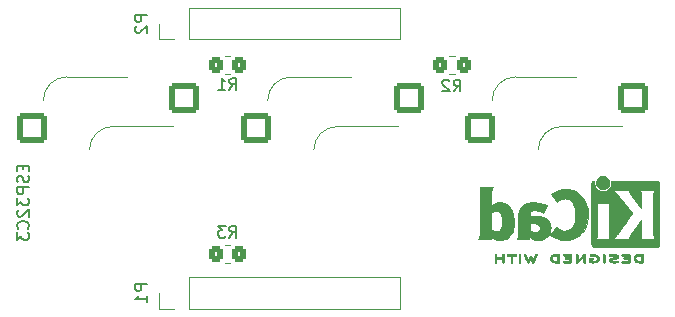
<source format=gbo>
G04 #@! TF.GenerationSoftware,KiCad,Pcbnew,(6.0.4)*
G04 #@! TF.CreationDate,2022-05-25T10:20:10+08:00*
G04 #@! TF.ProjectId,3key-v2,336b6579-2d76-4322-9e6b-696361645f70,rev?*
G04 #@! TF.SameCoordinates,Original*
G04 #@! TF.FileFunction,Legend,Bot*
G04 #@! TF.FilePolarity,Positive*
%FSLAX46Y46*%
G04 Gerber Fmt 4.6, Leading zero omitted, Abs format (unit mm)*
G04 Created by KiCad (PCBNEW (6.0.4)) date 2022-05-25 10:20:10*
%MOMM*%
%LPD*%
G01*
G04 APERTURE LIST*
G04 Aperture macros list*
%AMRoundRect*
0 Rectangle with rounded corners*
0 $1 Rounding radius*
0 $2 $3 $4 $5 $6 $7 $8 $9 X,Y pos of 4 corners*
0 Add a 4 corners polygon primitive as box body*
4,1,4,$2,$3,$4,$5,$6,$7,$8,$9,$2,$3,0*
0 Add four circle primitives for the rounded corners*
1,1,$1+$1,$2,$3*
1,1,$1+$1,$4,$5*
1,1,$1+$1,$6,$7*
1,1,$1+$1,$8,$9*
0 Add four rect primitives between the rounded corners*
20,1,$1+$1,$2,$3,$4,$5,0*
20,1,$1+$1,$4,$5,$6,$7,0*
20,1,$1+$1,$6,$7,$8,$9,0*
20,1,$1+$1,$8,$9,$2,$3,0*%
G04 Aperture macros list end*
%ADD10C,0.150000*%
%ADD11C,0.010000*%
%ADD12C,0.120000*%
%ADD13C,3.600000*%
%ADD14C,4.000000*%
%ADD15RoundRect,0.250000X-1.025000X-1.000000X1.025000X-1.000000X1.025000X1.000000X-1.025000X1.000000X0*%
%ADD16C,1.750000*%
%ADD17RoundRect,0.250000X-0.350000X-0.450000X0.350000X-0.450000X0.350000X0.450000X-0.350000X0.450000X0*%
%ADD18RoundRect,0.250000X0.350000X0.450000X-0.350000X0.450000X-0.350000X-0.450000X0.350000X-0.450000X0*%
%ADD19R,1.700000X1.700000*%
%ADD20O,1.700000X1.700000*%
G04 APERTURE END LIST*
D10*
X92153571Y-98005952D02*
X92153571Y-98339285D01*
X92677380Y-98482142D02*
X92677380Y-98005952D01*
X91677380Y-98005952D01*
X91677380Y-98482142D01*
X92629761Y-98863095D02*
X92677380Y-99005952D01*
X92677380Y-99244047D01*
X92629761Y-99339285D01*
X92582142Y-99386904D01*
X92486904Y-99434523D01*
X92391666Y-99434523D01*
X92296428Y-99386904D01*
X92248809Y-99339285D01*
X92201190Y-99244047D01*
X92153571Y-99053571D01*
X92105952Y-98958333D01*
X92058333Y-98910714D01*
X91963095Y-98863095D01*
X91867857Y-98863095D01*
X91772619Y-98910714D01*
X91725000Y-98958333D01*
X91677380Y-99053571D01*
X91677380Y-99291666D01*
X91725000Y-99434523D01*
X92677380Y-99863095D02*
X91677380Y-99863095D01*
X91677380Y-100244047D01*
X91725000Y-100339285D01*
X91772619Y-100386904D01*
X91867857Y-100434523D01*
X92010714Y-100434523D01*
X92105952Y-100386904D01*
X92153571Y-100339285D01*
X92201190Y-100244047D01*
X92201190Y-99863095D01*
X91677380Y-100767857D02*
X91677380Y-101386904D01*
X92058333Y-101053571D01*
X92058333Y-101196428D01*
X92105952Y-101291666D01*
X92153571Y-101339285D01*
X92248809Y-101386904D01*
X92486904Y-101386904D01*
X92582142Y-101339285D01*
X92629761Y-101291666D01*
X92677380Y-101196428D01*
X92677380Y-100910714D01*
X92629761Y-100815476D01*
X92582142Y-100767857D01*
X91772619Y-101767857D02*
X91725000Y-101815476D01*
X91677380Y-101910714D01*
X91677380Y-102148809D01*
X91725000Y-102244047D01*
X91772619Y-102291666D01*
X91867857Y-102339285D01*
X91963095Y-102339285D01*
X92105952Y-102291666D01*
X92677380Y-101720238D01*
X92677380Y-102339285D01*
X92582142Y-103339285D02*
X92629761Y-103291666D01*
X92677380Y-103148809D01*
X92677380Y-103053571D01*
X92629761Y-102910714D01*
X92534523Y-102815476D01*
X92439285Y-102767857D01*
X92248809Y-102720238D01*
X92105952Y-102720238D01*
X91915476Y-102767857D01*
X91820238Y-102815476D01*
X91725000Y-102910714D01*
X91677380Y-103053571D01*
X91677380Y-103148809D01*
X91725000Y-103291666D01*
X91772619Y-103339285D01*
X91677380Y-103672619D02*
X91677380Y-104291666D01*
X92058333Y-103958333D01*
X92058333Y-104101190D01*
X92105952Y-104196428D01*
X92153571Y-104244047D01*
X92248809Y-104291666D01*
X92486904Y-104291666D01*
X92582142Y-104244047D01*
X92629761Y-104196428D01*
X92677380Y-104101190D01*
X92677380Y-103815476D01*
X92629761Y-103720238D01*
X92582142Y-103672619D01*
X109666666Y-104102380D02*
X110000000Y-103626190D01*
X110238095Y-104102380D02*
X110238095Y-103102380D01*
X109857142Y-103102380D01*
X109761904Y-103150000D01*
X109714285Y-103197619D01*
X109666666Y-103292857D01*
X109666666Y-103435714D01*
X109714285Y-103530952D01*
X109761904Y-103578571D01*
X109857142Y-103626190D01*
X110238095Y-103626190D01*
X109333333Y-103102380D02*
X108714285Y-103102380D01*
X109047619Y-103483333D01*
X108904761Y-103483333D01*
X108809523Y-103530952D01*
X108761904Y-103578571D01*
X108714285Y-103673809D01*
X108714285Y-103911904D01*
X108761904Y-104007142D01*
X108809523Y-104054761D01*
X108904761Y-104102380D01*
X109190476Y-104102380D01*
X109285714Y-104054761D01*
X109333333Y-104007142D01*
X128641666Y-91727380D02*
X128975000Y-91251190D01*
X129213095Y-91727380D02*
X129213095Y-90727380D01*
X128832142Y-90727380D01*
X128736904Y-90775000D01*
X128689285Y-90822619D01*
X128641666Y-90917857D01*
X128641666Y-91060714D01*
X128689285Y-91155952D01*
X128736904Y-91203571D01*
X128832142Y-91251190D01*
X129213095Y-91251190D01*
X128260714Y-90822619D02*
X128213095Y-90775000D01*
X128117857Y-90727380D01*
X127879761Y-90727380D01*
X127784523Y-90775000D01*
X127736904Y-90822619D01*
X127689285Y-90917857D01*
X127689285Y-91013095D01*
X127736904Y-91155952D01*
X128308333Y-91727380D01*
X127689285Y-91727380D01*
X109666666Y-91602380D02*
X110000000Y-91126190D01*
X110238095Y-91602380D02*
X110238095Y-90602380D01*
X109857142Y-90602380D01*
X109761904Y-90650000D01*
X109714285Y-90697619D01*
X109666666Y-90792857D01*
X109666666Y-90935714D01*
X109714285Y-91030952D01*
X109761904Y-91078571D01*
X109857142Y-91126190D01*
X110238095Y-91126190D01*
X108714285Y-91602380D02*
X109285714Y-91602380D01*
X109000000Y-91602380D02*
X109000000Y-90602380D01*
X109095238Y-90745238D01*
X109190476Y-90840476D01*
X109285714Y-90888095D01*
X102682380Y-85261904D02*
X101682380Y-85261904D01*
X101682380Y-85642857D01*
X101730000Y-85738095D01*
X101777619Y-85785714D01*
X101872857Y-85833333D01*
X102015714Y-85833333D01*
X102110952Y-85785714D01*
X102158571Y-85738095D01*
X102206190Y-85642857D01*
X102206190Y-85261904D01*
X101777619Y-86214285D02*
X101730000Y-86261904D01*
X101682380Y-86357142D01*
X101682380Y-86595238D01*
X101730000Y-86690476D01*
X101777619Y-86738095D01*
X101872857Y-86785714D01*
X101968095Y-86785714D01*
X102110952Y-86738095D01*
X102682380Y-86166666D01*
X102682380Y-86785714D01*
X102682380Y-108061904D02*
X101682380Y-108061904D01*
X101682380Y-108442857D01*
X101730000Y-108538095D01*
X101777619Y-108585714D01*
X101872857Y-108633333D01*
X102015714Y-108633333D01*
X102110952Y-108585714D01*
X102158571Y-108538095D01*
X102206190Y-108442857D01*
X102206190Y-108061904D01*
X102682380Y-109585714D02*
X102682380Y-109014285D01*
X102682380Y-109300000D02*
X101682380Y-109300000D01*
X101825238Y-109204761D01*
X101920476Y-109109523D01*
X101968095Y-109014285D01*
G36*
X132875513Y-105512685D02*
G01*
X132881145Y-105518875D01*
X132886235Y-105527081D01*
X132890322Y-105538857D01*
X132893500Y-105556316D01*
X132895866Y-105581570D01*
X132897517Y-105616730D01*
X132898548Y-105663909D01*
X132899056Y-105725217D01*
X132899138Y-105802767D01*
X132898888Y-105898671D01*
X132898404Y-106015040D01*
X132898336Y-106029215D01*
X132897750Y-106090977D01*
X132896427Y-106134660D01*
X132893882Y-106164041D01*
X132889627Y-106182895D01*
X132883175Y-106194999D01*
X132874041Y-106204129D01*
X132840583Y-106221546D01*
X132805635Y-106218644D01*
X132774732Y-106194140D01*
X132765723Y-106180937D01*
X132758271Y-106162401D01*
X132753903Y-106136373D01*
X132751848Y-106097827D01*
X132751335Y-106041740D01*
X132751335Y-105919085D01*
X132254624Y-105919085D01*
X132254624Y-106053911D01*
X132254551Y-106089702D01*
X132253788Y-106136032D01*
X132251612Y-106166566D01*
X132247315Y-106185597D01*
X132240191Y-106197414D01*
X132229534Y-106206311D01*
X132197283Y-106221381D01*
X132161996Y-106218713D01*
X132131265Y-106194140D01*
X132126610Y-106187885D01*
X132120674Y-106177361D01*
X132116143Y-106163431D01*
X132112827Y-106143357D01*
X132110538Y-106114400D01*
X132109087Y-106073820D01*
X132108284Y-106018880D01*
X132107941Y-105946839D01*
X132107868Y-105854960D01*
X132107868Y-105545525D01*
X132135577Y-105517816D01*
X132166956Y-105495573D01*
X132200185Y-105492884D01*
X132232046Y-105512685D01*
X132240332Y-105522455D01*
X132247744Y-105538347D01*
X132252081Y-105562315D01*
X132254117Y-105599188D01*
X132254624Y-105653796D01*
X132254624Y-105772329D01*
X132751335Y-105772329D01*
X132751335Y-105656816D01*
X132751773Y-105605118D01*
X132753737Y-105570594D01*
X132758253Y-105548018D01*
X132766346Y-105532166D01*
X132779044Y-105517816D01*
X132810422Y-105495573D01*
X132843651Y-105492884D01*
X132875513Y-105512685D01*
G37*
D11*
X132875513Y-105512685D02*
X132881145Y-105518875D01*
X132886235Y-105527081D01*
X132890322Y-105538857D01*
X132893500Y-105556316D01*
X132895866Y-105581570D01*
X132897517Y-105616730D01*
X132898548Y-105663909D01*
X132899056Y-105725217D01*
X132899138Y-105802767D01*
X132898888Y-105898671D01*
X132898404Y-106015040D01*
X132898336Y-106029215D01*
X132897750Y-106090977D01*
X132896427Y-106134660D01*
X132893882Y-106164041D01*
X132889627Y-106182895D01*
X132883175Y-106194999D01*
X132874041Y-106204129D01*
X132840583Y-106221546D01*
X132805635Y-106218644D01*
X132774732Y-106194140D01*
X132765723Y-106180937D01*
X132758271Y-106162401D01*
X132753903Y-106136373D01*
X132751848Y-106097827D01*
X132751335Y-106041740D01*
X132751335Y-105919085D01*
X132254624Y-105919085D01*
X132254624Y-106053911D01*
X132254551Y-106089702D01*
X132253788Y-106136032D01*
X132251612Y-106166566D01*
X132247315Y-106185597D01*
X132240191Y-106197414D01*
X132229534Y-106206311D01*
X132197283Y-106221381D01*
X132161996Y-106218713D01*
X132131265Y-106194140D01*
X132126610Y-106187885D01*
X132120674Y-106177361D01*
X132116143Y-106163431D01*
X132112827Y-106143357D01*
X132110538Y-106114400D01*
X132109087Y-106073820D01*
X132108284Y-106018880D01*
X132107941Y-105946839D01*
X132107868Y-105854960D01*
X132107868Y-105545525D01*
X132135577Y-105517816D01*
X132166956Y-105495573D01*
X132200185Y-105492884D01*
X132232046Y-105512685D01*
X132240332Y-105522455D01*
X132247744Y-105538347D01*
X132252081Y-105562315D01*
X132254117Y-105599188D01*
X132254624Y-105653796D01*
X132254624Y-105772329D01*
X132751335Y-105772329D01*
X132751335Y-105656816D01*
X132751773Y-105605118D01*
X132753737Y-105570594D01*
X132758253Y-105548018D01*
X132766346Y-105532166D01*
X132779044Y-105517816D01*
X132810422Y-105495573D01*
X132843651Y-105492884D01*
X132875513Y-105512685D01*
G36*
X146064019Y-104391158D02*
G01*
X146062264Y-104482872D01*
X146060133Y-104560965D01*
X146057589Y-104626572D01*
X146054598Y-104680829D01*
X146051122Y-104724871D01*
X146047127Y-104759833D01*
X146042576Y-104786851D01*
X146037434Y-104807060D01*
X146031666Y-104821595D01*
X146025235Y-104831592D01*
X146018106Y-104838186D01*
X146010242Y-104842513D01*
X146001609Y-104845707D01*
X145992171Y-104848904D01*
X145981891Y-104853239D01*
X145976107Y-104855411D01*
X145965497Y-104857784D01*
X145949732Y-104859958D01*
X145927697Y-104861941D01*
X145898277Y-104863744D01*
X145860356Y-104865373D01*
X145812819Y-104866839D01*
X145754551Y-104868149D01*
X145684437Y-104869313D01*
X145601361Y-104870339D01*
X145504208Y-104871236D01*
X145391863Y-104872013D01*
X145263212Y-104872678D01*
X145117137Y-104873240D01*
X144952525Y-104873708D01*
X144768260Y-104874090D01*
X144563227Y-104874396D01*
X144336311Y-104874633D01*
X144086396Y-104874811D01*
X143812368Y-104874939D01*
X143513110Y-104875024D01*
X143187508Y-104875076D01*
X143084326Y-104875086D01*
X142765790Y-104875093D01*
X142473274Y-104875053D01*
X142205675Y-104874958D01*
X141961891Y-104874801D01*
X141740819Y-104874573D01*
X141541359Y-104874267D01*
X141362408Y-104873873D01*
X141202863Y-104873386D01*
X141061623Y-104872795D01*
X140937586Y-104872095D01*
X140829650Y-104871275D01*
X140736713Y-104870329D01*
X140657672Y-104869248D01*
X140591426Y-104868025D01*
X140536872Y-104866651D01*
X140492909Y-104865119D01*
X140458434Y-104863420D01*
X140432346Y-104861546D01*
X140413543Y-104859490D01*
X140400922Y-104857244D01*
X140393381Y-104854798D01*
X140390982Y-104853710D01*
X140381160Y-104850135D01*
X140372153Y-104847524D01*
X140363924Y-104844741D01*
X140356437Y-104840648D01*
X140349655Y-104834108D01*
X140343542Y-104823985D01*
X140338062Y-104809141D01*
X140333177Y-104788439D01*
X140328851Y-104760743D01*
X140325048Y-104724916D01*
X140321731Y-104679821D01*
X140318863Y-104624320D01*
X140316409Y-104557277D01*
X140314331Y-104477555D01*
X140312594Y-104384018D01*
X140311160Y-104275527D01*
X140310689Y-104225288D01*
X140672742Y-104225288D01*
X140673139Y-104230099D01*
X140680422Y-104233998D01*
X140696876Y-104237080D01*
X140724788Y-104239442D01*
X140766444Y-104241178D01*
X140824129Y-104242384D01*
X140900129Y-104243156D01*
X140996731Y-104243589D01*
X141116221Y-104243779D01*
X141260883Y-104243821D01*
X141866860Y-104243821D01*
X141815633Y-104151146D01*
X141764406Y-104058470D01*
X141764406Y-101367443D01*
X141815633Y-101274767D01*
X141866860Y-101182092D01*
X140783698Y-101182092D01*
X140775866Y-104031010D01*
X140737468Y-104113016D01*
X140717223Y-104153663D01*
X140694300Y-104194380D01*
X140676988Y-104219422D01*
X140676945Y-104219470D01*
X140672742Y-104225288D01*
X140310689Y-104225288D01*
X140309993Y-104150946D01*
X140309057Y-104009138D01*
X140308315Y-103848967D01*
X140307730Y-103669295D01*
X140307266Y-103468985D01*
X140306887Y-103246900D01*
X140306556Y-103001904D01*
X140306236Y-102732860D01*
X140305891Y-102438630D01*
X140305485Y-102118078D01*
X140305432Y-102079272D01*
X140304979Y-101760751D01*
X140304546Y-101468420D01*
X140304164Y-101201141D01*
X140303867Y-100957777D01*
X140303685Y-100737190D01*
X140303652Y-100538243D01*
X140303798Y-100359798D01*
X140304157Y-100200719D01*
X140304761Y-100059867D01*
X140305641Y-99936105D01*
X140306829Y-99828295D01*
X140308358Y-99735301D01*
X140310259Y-99655985D01*
X140312565Y-99589208D01*
X140315308Y-99533835D01*
X140318519Y-99488727D01*
X140322232Y-99452747D01*
X140326477Y-99424757D01*
X140331288Y-99403620D01*
X140336695Y-99388199D01*
X140342732Y-99377356D01*
X140349430Y-99369954D01*
X140356822Y-99364855D01*
X140364938Y-99360921D01*
X140373812Y-99357016D01*
X140383476Y-99352002D01*
X140386304Y-99350404D01*
X140429091Y-99334937D01*
X140475930Y-99328580D01*
X140528731Y-99328582D01*
X140529611Y-99448715D01*
X140529834Y-99462540D01*
X140546616Y-99603063D01*
X140589360Y-99735283D01*
X140657470Y-99857800D01*
X140750355Y-99969211D01*
X140800199Y-100014651D01*
X140911182Y-100089968D01*
X141032275Y-100142491D01*
X141159952Y-100172190D01*
X141290684Y-100179038D01*
X141420947Y-100163007D01*
X141547212Y-100124069D01*
X141651009Y-100069983D01*
X142110394Y-100069983D01*
X142170806Y-100113447D01*
X142221897Y-100154296D01*
X142293890Y-100220924D01*
X142375547Y-100304428D01*
X142463777Y-100401626D01*
X142555487Y-100509335D01*
X142579104Y-100538138D01*
X142619314Y-100587540D01*
X142671874Y-100652353D01*
X142735043Y-100730414D01*
X142807079Y-100819559D01*
X142886241Y-100917626D01*
X142970789Y-101022452D01*
X143058980Y-101131872D01*
X143099431Y-101182092D01*
X143149073Y-101243724D01*
X143239327Y-101355845D01*
X143328002Y-101466072D01*
X143413355Y-101572240D01*
X143493645Y-101672188D01*
X143567131Y-101763751D01*
X143632072Y-101844767D01*
X143686727Y-101913072D01*
X143729353Y-101966503D01*
X143758211Y-102002896D01*
X143771558Y-102020090D01*
X143772660Y-102026551D01*
X143768995Y-102038840D01*
X143759500Y-102058173D01*
X143743225Y-102085922D01*
X143719223Y-102123458D01*
X143686547Y-102172152D01*
X143644248Y-102233377D01*
X143591378Y-102308502D01*
X143526990Y-102398900D01*
X143450135Y-102505942D01*
X143359867Y-102631000D01*
X143255236Y-102775444D01*
X143135296Y-102940646D01*
X143039729Y-103072145D01*
X142923135Y-103232453D01*
X142820575Y-103373235D01*
X142730856Y-103496052D01*
X142652787Y-103602467D01*
X142585175Y-103694043D01*
X142526825Y-103772342D01*
X142476547Y-103838927D01*
X142433148Y-103895359D01*
X142395433Y-103943202D01*
X142362212Y-103984017D01*
X142332290Y-104019368D01*
X142304476Y-104050816D01*
X142277577Y-104079924D01*
X142250400Y-104108254D01*
X142221752Y-104137370D01*
X142116179Y-104243821D01*
X143535541Y-104243879D01*
X143531082Y-104157867D01*
X143530866Y-104153545D01*
X143530019Y-104119161D01*
X143531624Y-104086216D01*
X143536753Y-104052906D01*
X143546480Y-104017426D01*
X143561878Y-103977973D01*
X143584021Y-103932741D01*
X143613982Y-103879925D01*
X143652835Y-103817722D01*
X143701653Y-103744325D01*
X143761509Y-103657932D01*
X143833477Y-103556738D01*
X143918630Y-103438936D01*
X144018041Y-103302724D01*
X144132785Y-103146297D01*
X144537812Y-102594889D01*
X144541380Y-103234230D01*
X144541696Y-103293868D01*
X144542254Y-103454505D01*
X144542000Y-103591137D01*
X144540637Y-103706350D01*
X144537864Y-103802731D01*
X144533385Y-103882864D01*
X144526900Y-103949335D01*
X144518110Y-104004731D01*
X144506717Y-104051636D01*
X144492422Y-104092636D01*
X144474927Y-104130317D01*
X144453934Y-104167265D01*
X144429142Y-104206065D01*
X144404221Y-104243821D01*
X145699371Y-104243821D01*
X145665916Y-104199200D01*
X145660677Y-104192141D01*
X145618789Y-104127442D01*
X145589914Y-104062038D01*
X145570953Y-103987096D01*
X145558808Y-103893781D01*
X145558474Y-103889713D01*
X145556712Y-103851223D01*
X145555120Y-103787004D01*
X145553707Y-103698524D01*
X145552479Y-103587251D01*
X145551443Y-103454651D01*
X145550605Y-103302193D01*
X145549973Y-103131344D01*
X145549554Y-102943570D01*
X145549355Y-102740341D01*
X145549382Y-102523122D01*
X145549642Y-102293383D01*
X145550142Y-102052589D01*
X145550672Y-101836596D01*
X145551239Y-101601483D01*
X145551798Y-101391127D01*
X145552417Y-101204054D01*
X145553168Y-101038790D01*
X145554121Y-100893861D01*
X145555345Y-100767795D01*
X145556910Y-100659116D01*
X145558888Y-100566352D01*
X145561347Y-100488028D01*
X145564358Y-100422670D01*
X145567991Y-100368806D01*
X145572316Y-100324961D01*
X145577403Y-100289661D01*
X145583322Y-100261433D01*
X145590144Y-100238803D01*
X145597938Y-100220297D01*
X145606775Y-100204442D01*
X145616724Y-100189763D01*
X145627856Y-100174788D01*
X145640241Y-100158041D01*
X145652219Y-100141260D01*
X145675372Y-100108079D01*
X145689240Y-100087146D01*
X145689575Y-100086269D01*
X145684733Y-100082310D01*
X145667644Y-100079007D01*
X145636408Y-100076309D01*
X145589122Y-100074165D01*
X145523885Y-100072524D01*
X145438797Y-100071337D01*
X145331954Y-100070551D01*
X145201456Y-100070117D01*
X145045401Y-100069983D01*
X144391209Y-100069983D01*
X144425687Y-100110958D01*
X144445669Y-100139101D01*
X144478930Y-100205456D01*
X144508078Y-100287983D01*
X144530325Y-100379527D01*
X144531743Y-100388217D01*
X144535961Y-100434031D01*
X144539156Y-100504837D01*
X144541336Y-100601123D01*
X144542508Y-100723380D01*
X144542682Y-100872099D01*
X144541865Y-101047770D01*
X144537812Y-101634260D01*
X144119055Y-101104707D01*
X144107061Y-101089538D01*
X144000868Y-100955103D01*
X143910208Y-100839972D01*
X143833638Y-100742187D01*
X143769714Y-100659791D01*
X143716994Y-100590826D01*
X143674036Y-100533334D01*
X143639396Y-100485358D01*
X143611632Y-100444941D01*
X143589301Y-100410124D01*
X143570959Y-100378951D01*
X143555165Y-100349463D01*
X143540475Y-100319703D01*
X143517877Y-100267025D01*
X143503278Y-100211454D01*
X143499395Y-100151514D01*
X143499785Y-100069983D01*
X142110394Y-100069983D01*
X141651009Y-100069983D01*
X141665953Y-100062196D01*
X141773644Y-99977359D01*
X141803581Y-99947450D01*
X141892064Y-99836710D01*
X141954851Y-99716532D01*
X141992276Y-99586139D01*
X142004676Y-99444758D01*
X142004676Y-99328578D01*
X143975575Y-99328578D01*
X144098707Y-99328573D01*
X144363230Y-99328537D01*
X144602189Y-99328511D01*
X144816905Y-99328547D01*
X145008700Y-99328697D01*
X145178894Y-99329014D01*
X145328810Y-99329550D01*
X145459769Y-99330356D01*
X145573092Y-99331486D01*
X145670101Y-99332992D01*
X145752116Y-99334925D01*
X145820461Y-99337339D01*
X145876455Y-99340284D01*
X145921420Y-99343814D01*
X145956678Y-99347981D01*
X145983550Y-99352837D01*
X146003358Y-99358434D01*
X146017422Y-99364824D01*
X146027065Y-99372060D01*
X146033608Y-99380194D01*
X146038372Y-99389279D01*
X146042679Y-99399366D01*
X146047850Y-99410507D01*
X146047942Y-99410689D01*
X146050453Y-99417982D01*
X146052755Y-99430195D01*
X146054859Y-99448453D01*
X146056773Y-99473885D01*
X146058505Y-99507617D01*
X146060065Y-99550776D01*
X146061460Y-99604489D01*
X146062700Y-99669883D01*
X146063794Y-99748086D01*
X146064750Y-99840224D01*
X146065577Y-99947424D01*
X146066284Y-100070814D01*
X146066880Y-100211519D01*
X146067372Y-100370668D01*
X146067771Y-100549388D01*
X146068084Y-100748805D01*
X146068320Y-100970046D01*
X146068489Y-101214238D01*
X146068599Y-101482509D01*
X146068659Y-101775985D01*
X146068676Y-102095794D01*
X146068677Y-102158621D01*
X146068707Y-102475097D01*
X146068754Y-102765463D01*
X146068782Y-103030855D01*
X146068754Y-103272408D01*
X146068637Y-103491258D01*
X146068392Y-103688539D01*
X146067985Y-103865387D01*
X146067380Y-104022938D01*
X146066541Y-104162327D01*
X146065802Y-104243821D01*
X146065432Y-104284688D01*
X146064019Y-104391158D01*
G37*
X146064019Y-104391158D02*
X146062264Y-104482872D01*
X146060133Y-104560965D01*
X146057589Y-104626572D01*
X146054598Y-104680829D01*
X146051122Y-104724871D01*
X146047127Y-104759833D01*
X146042576Y-104786851D01*
X146037434Y-104807060D01*
X146031666Y-104821595D01*
X146025235Y-104831592D01*
X146018106Y-104838186D01*
X146010242Y-104842513D01*
X146001609Y-104845707D01*
X145992171Y-104848904D01*
X145981891Y-104853239D01*
X145976107Y-104855411D01*
X145965497Y-104857784D01*
X145949732Y-104859958D01*
X145927697Y-104861941D01*
X145898277Y-104863744D01*
X145860356Y-104865373D01*
X145812819Y-104866839D01*
X145754551Y-104868149D01*
X145684437Y-104869313D01*
X145601361Y-104870339D01*
X145504208Y-104871236D01*
X145391863Y-104872013D01*
X145263212Y-104872678D01*
X145117137Y-104873240D01*
X144952525Y-104873708D01*
X144768260Y-104874090D01*
X144563227Y-104874396D01*
X144336311Y-104874633D01*
X144086396Y-104874811D01*
X143812368Y-104874939D01*
X143513110Y-104875024D01*
X143187508Y-104875076D01*
X143084326Y-104875086D01*
X142765790Y-104875093D01*
X142473274Y-104875053D01*
X142205675Y-104874958D01*
X141961891Y-104874801D01*
X141740819Y-104874573D01*
X141541359Y-104874267D01*
X141362408Y-104873873D01*
X141202863Y-104873386D01*
X141061623Y-104872795D01*
X140937586Y-104872095D01*
X140829650Y-104871275D01*
X140736713Y-104870329D01*
X140657672Y-104869248D01*
X140591426Y-104868025D01*
X140536872Y-104866651D01*
X140492909Y-104865119D01*
X140458434Y-104863420D01*
X140432346Y-104861546D01*
X140413543Y-104859490D01*
X140400922Y-104857244D01*
X140393381Y-104854798D01*
X140390982Y-104853710D01*
X140381160Y-104850135D01*
X140372153Y-104847524D01*
X140363924Y-104844741D01*
X140356437Y-104840648D01*
X140349655Y-104834108D01*
X140343542Y-104823985D01*
X140338062Y-104809141D01*
X140333177Y-104788439D01*
X140328851Y-104760743D01*
X140325048Y-104724916D01*
X140321731Y-104679821D01*
X140318863Y-104624320D01*
X140316409Y-104557277D01*
X140314331Y-104477555D01*
X140312594Y-104384018D01*
X140311160Y-104275527D01*
X140310689Y-104225288D01*
X140672742Y-104225288D01*
X140673139Y-104230099D01*
X140680422Y-104233998D01*
X140696876Y-104237080D01*
X140724788Y-104239442D01*
X140766444Y-104241178D01*
X140824129Y-104242384D01*
X140900129Y-104243156D01*
X140996731Y-104243589D01*
X141116221Y-104243779D01*
X141260883Y-104243821D01*
X141866860Y-104243821D01*
X141815633Y-104151146D01*
X141764406Y-104058470D01*
X141764406Y-101367443D01*
X141815633Y-101274767D01*
X141866860Y-101182092D01*
X140783698Y-101182092D01*
X140775866Y-104031010D01*
X140737468Y-104113016D01*
X140717223Y-104153663D01*
X140694300Y-104194380D01*
X140676988Y-104219422D01*
X140676945Y-104219470D01*
X140672742Y-104225288D01*
X140310689Y-104225288D01*
X140309993Y-104150946D01*
X140309057Y-104009138D01*
X140308315Y-103848967D01*
X140307730Y-103669295D01*
X140307266Y-103468985D01*
X140306887Y-103246900D01*
X140306556Y-103001904D01*
X140306236Y-102732860D01*
X140305891Y-102438630D01*
X140305485Y-102118078D01*
X140305432Y-102079272D01*
X140304979Y-101760751D01*
X140304546Y-101468420D01*
X140304164Y-101201141D01*
X140303867Y-100957777D01*
X140303685Y-100737190D01*
X140303652Y-100538243D01*
X140303798Y-100359798D01*
X140304157Y-100200719D01*
X140304761Y-100059867D01*
X140305641Y-99936105D01*
X140306829Y-99828295D01*
X140308358Y-99735301D01*
X140310259Y-99655985D01*
X140312565Y-99589208D01*
X140315308Y-99533835D01*
X140318519Y-99488727D01*
X140322232Y-99452747D01*
X140326477Y-99424757D01*
X140331288Y-99403620D01*
X140336695Y-99388199D01*
X140342732Y-99377356D01*
X140349430Y-99369954D01*
X140356822Y-99364855D01*
X140364938Y-99360921D01*
X140373812Y-99357016D01*
X140383476Y-99352002D01*
X140386304Y-99350404D01*
X140429091Y-99334937D01*
X140475930Y-99328580D01*
X140528731Y-99328582D01*
X140529611Y-99448715D01*
X140529834Y-99462540D01*
X140546616Y-99603063D01*
X140589360Y-99735283D01*
X140657470Y-99857800D01*
X140750355Y-99969211D01*
X140800199Y-100014651D01*
X140911182Y-100089968D01*
X141032275Y-100142491D01*
X141159952Y-100172190D01*
X141290684Y-100179038D01*
X141420947Y-100163007D01*
X141547212Y-100124069D01*
X141651009Y-100069983D01*
X142110394Y-100069983D01*
X142170806Y-100113447D01*
X142221897Y-100154296D01*
X142293890Y-100220924D01*
X142375547Y-100304428D01*
X142463777Y-100401626D01*
X142555487Y-100509335D01*
X142579104Y-100538138D01*
X142619314Y-100587540D01*
X142671874Y-100652353D01*
X142735043Y-100730414D01*
X142807079Y-100819559D01*
X142886241Y-100917626D01*
X142970789Y-101022452D01*
X143058980Y-101131872D01*
X143099431Y-101182092D01*
X143149073Y-101243724D01*
X143239327Y-101355845D01*
X143328002Y-101466072D01*
X143413355Y-101572240D01*
X143493645Y-101672188D01*
X143567131Y-101763751D01*
X143632072Y-101844767D01*
X143686727Y-101913072D01*
X143729353Y-101966503D01*
X143758211Y-102002896D01*
X143771558Y-102020090D01*
X143772660Y-102026551D01*
X143768995Y-102038840D01*
X143759500Y-102058173D01*
X143743225Y-102085922D01*
X143719223Y-102123458D01*
X143686547Y-102172152D01*
X143644248Y-102233377D01*
X143591378Y-102308502D01*
X143526990Y-102398900D01*
X143450135Y-102505942D01*
X143359867Y-102631000D01*
X143255236Y-102775444D01*
X143135296Y-102940646D01*
X143039729Y-103072145D01*
X142923135Y-103232453D01*
X142820575Y-103373235D01*
X142730856Y-103496052D01*
X142652787Y-103602467D01*
X142585175Y-103694043D01*
X142526825Y-103772342D01*
X142476547Y-103838927D01*
X142433148Y-103895359D01*
X142395433Y-103943202D01*
X142362212Y-103984017D01*
X142332290Y-104019368D01*
X142304476Y-104050816D01*
X142277577Y-104079924D01*
X142250400Y-104108254D01*
X142221752Y-104137370D01*
X142116179Y-104243821D01*
X143535541Y-104243879D01*
X143531082Y-104157867D01*
X143530866Y-104153545D01*
X143530019Y-104119161D01*
X143531624Y-104086216D01*
X143536753Y-104052906D01*
X143546480Y-104017426D01*
X143561878Y-103977973D01*
X143584021Y-103932741D01*
X143613982Y-103879925D01*
X143652835Y-103817722D01*
X143701653Y-103744325D01*
X143761509Y-103657932D01*
X143833477Y-103556738D01*
X143918630Y-103438936D01*
X144018041Y-103302724D01*
X144132785Y-103146297D01*
X144537812Y-102594889D01*
X144541380Y-103234230D01*
X144541696Y-103293868D01*
X144542254Y-103454505D01*
X144542000Y-103591137D01*
X144540637Y-103706350D01*
X144537864Y-103802731D01*
X144533385Y-103882864D01*
X144526900Y-103949335D01*
X144518110Y-104004731D01*
X144506717Y-104051636D01*
X144492422Y-104092636D01*
X144474927Y-104130317D01*
X144453934Y-104167265D01*
X144429142Y-104206065D01*
X144404221Y-104243821D01*
X145699371Y-104243821D01*
X145665916Y-104199200D01*
X145660677Y-104192141D01*
X145618789Y-104127442D01*
X145589914Y-104062038D01*
X145570953Y-103987096D01*
X145558808Y-103893781D01*
X145558474Y-103889713D01*
X145556712Y-103851223D01*
X145555120Y-103787004D01*
X145553707Y-103698524D01*
X145552479Y-103587251D01*
X145551443Y-103454651D01*
X145550605Y-103302193D01*
X145549973Y-103131344D01*
X145549554Y-102943570D01*
X145549355Y-102740341D01*
X145549382Y-102523122D01*
X145549642Y-102293383D01*
X145550142Y-102052589D01*
X145550672Y-101836596D01*
X145551239Y-101601483D01*
X145551798Y-101391127D01*
X145552417Y-101204054D01*
X145553168Y-101038790D01*
X145554121Y-100893861D01*
X145555345Y-100767795D01*
X145556910Y-100659116D01*
X145558888Y-100566352D01*
X145561347Y-100488028D01*
X145564358Y-100422670D01*
X145567991Y-100368806D01*
X145572316Y-100324961D01*
X145577403Y-100289661D01*
X145583322Y-100261433D01*
X145590144Y-100238803D01*
X145597938Y-100220297D01*
X145606775Y-100204442D01*
X145616724Y-100189763D01*
X145627856Y-100174788D01*
X145640241Y-100158041D01*
X145652219Y-100141260D01*
X145675372Y-100108079D01*
X145689240Y-100087146D01*
X145689575Y-100086269D01*
X145684733Y-100082310D01*
X145667644Y-100079007D01*
X145636408Y-100076309D01*
X145589122Y-100074165D01*
X145523885Y-100072524D01*
X145438797Y-100071337D01*
X145331954Y-100070551D01*
X145201456Y-100070117D01*
X145045401Y-100069983D01*
X144391209Y-100069983D01*
X144425687Y-100110958D01*
X144445669Y-100139101D01*
X144478930Y-100205456D01*
X144508078Y-100287983D01*
X144530325Y-100379527D01*
X144531743Y-100388217D01*
X144535961Y-100434031D01*
X144539156Y-100504837D01*
X144541336Y-100601123D01*
X144542508Y-100723380D01*
X144542682Y-100872099D01*
X144541865Y-101047770D01*
X144537812Y-101634260D01*
X144119055Y-101104707D01*
X144107061Y-101089538D01*
X144000868Y-100955103D01*
X143910208Y-100839972D01*
X143833638Y-100742187D01*
X143769714Y-100659791D01*
X143716994Y-100590826D01*
X143674036Y-100533334D01*
X143639396Y-100485358D01*
X143611632Y-100444941D01*
X143589301Y-100410124D01*
X143570959Y-100378951D01*
X143555165Y-100349463D01*
X143540475Y-100319703D01*
X143517877Y-100267025D01*
X143503278Y-100211454D01*
X143499395Y-100151514D01*
X143499785Y-100069983D01*
X142110394Y-100069983D01*
X141651009Y-100069983D01*
X141665953Y-100062196D01*
X141773644Y-99977359D01*
X141803581Y-99947450D01*
X141892064Y-99836710D01*
X141954851Y-99716532D01*
X141992276Y-99586139D01*
X142004676Y-99444758D01*
X142004676Y-99328578D01*
X143975575Y-99328578D01*
X144098707Y-99328573D01*
X144363230Y-99328537D01*
X144602189Y-99328511D01*
X144816905Y-99328547D01*
X145008700Y-99328697D01*
X145178894Y-99329014D01*
X145328810Y-99329550D01*
X145459769Y-99330356D01*
X145573092Y-99331486D01*
X145670101Y-99332992D01*
X145752116Y-99334925D01*
X145820461Y-99337339D01*
X145876455Y-99340284D01*
X145921420Y-99343814D01*
X145956678Y-99347981D01*
X145983550Y-99352837D01*
X146003358Y-99358434D01*
X146017422Y-99364824D01*
X146027065Y-99372060D01*
X146033608Y-99380194D01*
X146038372Y-99389279D01*
X146042679Y-99399366D01*
X146047850Y-99410507D01*
X146047942Y-99410689D01*
X146050453Y-99417982D01*
X146052755Y-99430195D01*
X146054859Y-99448453D01*
X146056773Y-99473885D01*
X146058505Y-99507617D01*
X146060065Y-99550776D01*
X146061460Y-99604489D01*
X146062700Y-99669883D01*
X146063794Y-99748086D01*
X146064750Y-99840224D01*
X146065577Y-99947424D01*
X146066284Y-100070814D01*
X146066880Y-100211519D01*
X146067372Y-100370668D01*
X146067771Y-100549388D01*
X146068084Y-100748805D01*
X146068320Y-100970046D01*
X146068489Y-101214238D01*
X146068599Y-101482509D01*
X146068659Y-101775985D01*
X146068676Y-102095794D01*
X146068677Y-102158621D01*
X146068707Y-102475097D01*
X146068754Y-102765463D01*
X146068782Y-103030855D01*
X146068754Y-103272408D01*
X146068637Y-103491258D01*
X146068392Y-103688539D01*
X146067985Y-103865387D01*
X146067380Y-104022938D01*
X146066541Y-104162327D01*
X146065802Y-104243821D01*
X146065432Y-104284688D01*
X146064019Y-104391158D01*
G36*
X140524929Y-105495219D02*
G01*
X140630936Y-105511534D01*
X140724748Y-105539585D01*
X140803544Y-105578492D01*
X140864498Y-105627374D01*
X140890568Y-105660235D01*
X140920076Y-105709434D01*
X140945347Y-105763292D01*
X140962997Y-105814459D01*
X140969637Y-105855584D01*
X140968077Y-105875299D01*
X140955136Y-105926632D01*
X140931973Y-105983158D01*
X140902081Y-106037075D01*
X140868952Y-106080579D01*
X140858756Y-106090927D01*
X140791671Y-106142702D01*
X140711545Y-106182594D01*
X140625335Y-106206996D01*
X140570371Y-106215108D01*
X140476918Y-106221713D01*
X140387137Y-106219626D01*
X140304648Y-106209380D01*
X140233065Y-106191510D01*
X140176007Y-106166548D01*
X140137090Y-106135028D01*
X140135715Y-106133052D01*
X140128627Y-106107826D01*
X140124388Y-106060575D01*
X140122979Y-105991111D01*
X140123839Y-105928878D01*
X140128559Y-105881496D01*
X140140249Y-105849393D01*
X140162018Y-105829840D01*
X140196977Y-105820110D01*
X140248235Y-105817473D01*
X140318902Y-105819201D01*
X140367522Y-105822213D01*
X140417718Y-105830406D01*
X140450212Y-105844459D01*
X140467671Y-105865694D01*
X140472762Y-105895434D01*
X140472656Y-105899976D01*
X140463954Y-105934770D01*
X140439944Y-105958187D01*
X140398679Y-105971387D01*
X140338210Y-105975529D01*
X140269735Y-105975529D01*
X140269735Y-106013881D01*
X140269785Y-106023016D01*
X140272006Y-106040267D01*
X140281273Y-106050561D01*
X140302654Y-106057499D01*
X140341215Y-106064681D01*
X140346689Y-106065615D01*
X140443639Y-106075518D01*
X140533631Y-106072599D01*
X140614539Y-106057869D01*
X140684238Y-106032339D01*
X140740603Y-105997018D01*
X140781508Y-105952919D01*
X140804830Y-105901052D01*
X140808442Y-105842428D01*
X140802924Y-105813534D01*
X140776240Y-105757644D01*
X140730052Y-105711985D01*
X140665070Y-105677148D01*
X140582008Y-105653730D01*
X140557334Y-105649281D01*
X140468005Y-105638782D01*
X140388198Y-105640011D01*
X140310105Y-105652946D01*
X140274962Y-105659736D01*
X140229524Y-105660753D01*
X140198209Y-105648222D01*
X140178056Y-105621435D01*
X140171672Y-105593188D01*
X140181158Y-105561964D01*
X140190487Y-105548539D01*
X140224722Y-105525007D01*
X140277344Y-105507135D01*
X140345860Y-105495639D01*
X140427779Y-105491232D01*
X140524929Y-105495219D01*
G37*
X140524929Y-105495219D02*
X140630936Y-105511534D01*
X140724748Y-105539585D01*
X140803544Y-105578492D01*
X140864498Y-105627374D01*
X140890568Y-105660235D01*
X140920076Y-105709434D01*
X140945347Y-105763292D01*
X140962997Y-105814459D01*
X140969637Y-105855584D01*
X140968077Y-105875299D01*
X140955136Y-105926632D01*
X140931973Y-105983158D01*
X140902081Y-106037075D01*
X140868952Y-106080579D01*
X140858756Y-106090927D01*
X140791671Y-106142702D01*
X140711545Y-106182594D01*
X140625335Y-106206996D01*
X140570371Y-106215108D01*
X140476918Y-106221713D01*
X140387137Y-106219626D01*
X140304648Y-106209380D01*
X140233065Y-106191510D01*
X140176007Y-106166548D01*
X140137090Y-106135028D01*
X140135715Y-106133052D01*
X140128627Y-106107826D01*
X140124388Y-106060575D01*
X140122979Y-105991111D01*
X140123839Y-105928878D01*
X140128559Y-105881496D01*
X140140249Y-105849393D01*
X140162018Y-105829840D01*
X140196977Y-105820110D01*
X140248235Y-105817473D01*
X140318902Y-105819201D01*
X140367522Y-105822213D01*
X140417718Y-105830406D01*
X140450212Y-105844459D01*
X140467671Y-105865694D01*
X140472762Y-105895434D01*
X140472656Y-105899976D01*
X140463954Y-105934770D01*
X140439944Y-105958187D01*
X140398679Y-105971387D01*
X140338210Y-105975529D01*
X140269735Y-105975529D01*
X140269735Y-106013881D01*
X140269785Y-106023016D01*
X140272006Y-106040267D01*
X140281273Y-106050561D01*
X140302654Y-106057499D01*
X140341215Y-106064681D01*
X140346689Y-106065615D01*
X140443639Y-106075518D01*
X140533631Y-106072599D01*
X140614539Y-106057869D01*
X140684238Y-106032339D01*
X140740603Y-105997018D01*
X140781508Y-105952919D01*
X140804830Y-105901052D01*
X140808442Y-105842428D01*
X140802924Y-105813534D01*
X140776240Y-105757644D01*
X140730052Y-105711985D01*
X140665070Y-105677148D01*
X140582008Y-105653730D01*
X140557334Y-105649281D01*
X140468005Y-105638782D01*
X140388198Y-105640011D01*
X140310105Y-105652946D01*
X140274962Y-105659736D01*
X140229524Y-105660753D01*
X140198209Y-105648222D01*
X140178056Y-105621435D01*
X140171672Y-105593188D01*
X140181158Y-105561964D01*
X140190487Y-105548539D01*
X140224722Y-105525007D01*
X140277344Y-105507135D01*
X140345860Y-105495639D01*
X140427779Y-105491232D01*
X140524929Y-105495219D01*
G36*
X137578942Y-106134215D02*
G01*
X137576014Y-106157135D01*
X137571937Y-106172937D01*
X137566522Y-106184359D01*
X137559582Y-106194140D01*
X137536185Y-106223885D01*
X137370493Y-106223291D01*
X137335697Y-106222993D01*
X137237214Y-106219562D01*
X137156252Y-106211879D01*
X137089158Y-106199322D01*
X137032275Y-106181267D01*
X136981948Y-106157092D01*
X136978589Y-106155175D01*
X136920777Y-106118457D01*
X136878423Y-106081491D01*
X136845607Y-106038006D01*
X136816407Y-105981729D01*
X136812125Y-105972113D01*
X136789548Y-105908927D01*
X136783813Y-105863373D01*
X136933058Y-105863373D01*
X136938671Y-105888101D01*
X136944397Y-105903979D01*
X136977327Y-105963887D01*
X137024665Y-106009640D01*
X137088431Y-106042776D01*
X137170640Y-106064830D01*
X137173434Y-106065332D01*
X137219719Y-106071295D01*
X137276115Y-106075523D01*
X137331053Y-106077129D01*
X137424935Y-106077129D01*
X137424935Y-105636862D01*
X137337446Y-105637310D01*
X137270526Y-105639786D01*
X137178128Y-105651038D01*
X137098813Y-105670577D01*
X137036839Y-105697551D01*
X137005899Y-105718280D01*
X136977779Y-105748046D01*
X136954439Y-105790474D01*
X136947312Y-105806440D01*
X136935488Y-105838942D01*
X136933058Y-105863373D01*
X136783813Y-105863373D01*
X136782576Y-105853549D01*
X136791178Y-105798523D01*
X136815320Y-105736391D01*
X136816116Y-105734698D01*
X136856567Y-105665276D01*
X136907252Y-105608678D01*
X136969977Y-105564110D01*
X137046553Y-105530781D01*
X137138788Y-105507901D01*
X137248491Y-105494676D01*
X137377470Y-105490315D01*
X137381042Y-105490310D01*
X137441062Y-105490450D01*
X137482993Y-105491486D01*
X137511107Y-105494080D01*
X137529676Y-105498893D01*
X137542973Y-105506584D01*
X137555270Y-105517816D01*
X137582979Y-105545525D01*
X137582979Y-105854960D01*
X137582954Y-105916566D01*
X137582729Y-105995351D01*
X137582111Y-106056061D01*
X137581554Y-106077129D01*
X137580912Y-106101436D01*
X137578942Y-106134215D01*
G37*
X137578942Y-106134215D02*
X137576014Y-106157135D01*
X137571937Y-106172937D01*
X137566522Y-106184359D01*
X137559582Y-106194140D01*
X137536185Y-106223885D01*
X137370493Y-106223291D01*
X137335697Y-106222993D01*
X137237214Y-106219562D01*
X137156252Y-106211879D01*
X137089158Y-106199322D01*
X137032275Y-106181267D01*
X136981948Y-106157092D01*
X136978589Y-106155175D01*
X136920777Y-106118457D01*
X136878423Y-106081491D01*
X136845607Y-106038006D01*
X136816407Y-105981729D01*
X136812125Y-105972113D01*
X136789548Y-105908927D01*
X136783813Y-105863373D01*
X136933058Y-105863373D01*
X136938671Y-105888101D01*
X136944397Y-105903979D01*
X136977327Y-105963887D01*
X137024665Y-106009640D01*
X137088431Y-106042776D01*
X137170640Y-106064830D01*
X137173434Y-106065332D01*
X137219719Y-106071295D01*
X137276115Y-106075523D01*
X137331053Y-106077129D01*
X137424935Y-106077129D01*
X137424935Y-105636862D01*
X137337446Y-105637310D01*
X137270526Y-105639786D01*
X137178128Y-105651038D01*
X137098813Y-105670577D01*
X137036839Y-105697551D01*
X137005899Y-105718280D01*
X136977779Y-105748046D01*
X136954439Y-105790474D01*
X136947312Y-105806440D01*
X136935488Y-105838942D01*
X136933058Y-105863373D01*
X136783813Y-105863373D01*
X136782576Y-105853549D01*
X136791178Y-105798523D01*
X136815320Y-105736391D01*
X136816116Y-105734698D01*
X136856567Y-105665276D01*
X136907252Y-105608678D01*
X136969977Y-105564110D01*
X137046553Y-105530781D01*
X137138788Y-105507901D01*
X137248491Y-105494676D01*
X137377470Y-105490315D01*
X137381042Y-105490310D01*
X137441062Y-105490450D01*
X137482993Y-105491486D01*
X137511107Y-105494080D01*
X137529676Y-105498893D01*
X137542973Y-105506584D01*
X137555270Y-105517816D01*
X137582979Y-105545525D01*
X137582979Y-105854960D01*
X137582954Y-105916566D01*
X137582729Y-105995351D01*
X137582111Y-106056061D01*
X137581554Y-106077129D01*
X137580912Y-106101436D01*
X137578942Y-106134215D01*
G36*
X139727672Y-105488932D02*
G01*
X139739080Y-105495069D01*
X139749629Y-105505731D01*
X139760915Y-105519851D01*
X139765368Y-105525812D01*
X139771367Y-105536308D01*
X139775946Y-105550133D01*
X139779298Y-105570038D01*
X139781612Y-105598772D01*
X139783080Y-105639085D01*
X139783892Y-105693727D01*
X139784239Y-105765447D01*
X139784313Y-105856996D01*
X139784290Y-105915526D01*
X139784071Y-105994613D01*
X139783462Y-106055556D01*
X139782271Y-106101102D01*
X139780308Y-106134003D01*
X139777382Y-106157008D01*
X139773302Y-106172866D01*
X139767876Y-106184326D01*
X139760915Y-106194140D01*
X139730487Y-106218533D01*
X139695544Y-106221412D01*
X139658563Y-106202322D01*
X139654379Y-106198847D01*
X139646203Y-106190319D01*
X139640143Y-106178768D01*
X139635760Y-106160936D01*
X139632618Y-106133564D01*
X139630281Y-106093394D01*
X139628310Y-106037168D01*
X139626268Y-105961629D01*
X139620624Y-105742498D01*
X139355335Y-105983139D01*
X139281501Y-106049915D01*
X139216321Y-106108031D01*
X139164127Y-106152989D01*
X139123052Y-106185911D01*
X139091234Y-106207919D01*
X139066805Y-106220134D01*
X139047903Y-106223679D01*
X139032662Y-106219676D01*
X139019218Y-106209247D01*
X139005706Y-106193514D01*
X138999461Y-106185031D01*
X138993829Y-106174453D01*
X138989618Y-106160295D01*
X138986666Y-106139843D01*
X138984811Y-106110382D01*
X138983892Y-106069201D01*
X138983747Y-106013584D01*
X138984214Y-105940819D01*
X138985131Y-105848191D01*
X138988446Y-105533239D01*
X139015097Y-105511673D01*
X139041162Y-105495481D01*
X139074020Y-105492710D01*
X139108551Y-105511663D01*
X139112863Y-105515248D01*
X139120995Y-105523777D01*
X139127024Y-105535369D01*
X139131385Y-105553275D01*
X139134513Y-105580746D01*
X139136842Y-105621034D01*
X139138808Y-105677391D01*
X139140846Y-105753069D01*
X139146490Y-105972918D01*
X139327113Y-105809124D01*
X139413851Y-105730491D01*
X139489622Y-105662098D01*
X139551759Y-105606748D01*
X139601857Y-105563378D01*
X139641514Y-105530921D01*
X139672327Y-105508313D01*
X139695893Y-105494488D01*
X139713809Y-105488383D01*
X139727672Y-105488932D01*
G37*
X139727672Y-105488932D02*
X139739080Y-105495069D01*
X139749629Y-105505731D01*
X139760915Y-105519851D01*
X139765368Y-105525812D01*
X139771367Y-105536308D01*
X139775946Y-105550133D01*
X139779298Y-105570038D01*
X139781612Y-105598772D01*
X139783080Y-105639085D01*
X139783892Y-105693727D01*
X139784239Y-105765447D01*
X139784313Y-105856996D01*
X139784290Y-105915526D01*
X139784071Y-105994613D01*
X139783462Y-106055556D01*
X139782271Y-106101102D01*
X139780308Y-106134003D01*
X139777382Y-106157008D01*
X139773302Y-106172866D01*
X139767876Y-106184326D01*
X139760915Y-106194140D01*
X139730487Y-106218533D01*
X139695544Y-106221412D01*
X139658563Y-106202322D01*
X139654379Y-106198847D01*
X139646203Y-106190319D01*
X139640143Y-106178768D01*
X139635760Y-106160936D01*
X139632618Y-106133564D01*
X139630281Y-106093394D01*
X139628310Y-106037168D01*
X139626268Y-105961629D01*
X139620624Y-105742498D01*
X139355335Y-105983139D01*
X139281501Y-106049915D01*
X139216321Y-106108031D01*
X139164127Y-106152989D01*
X139123052Y-106185911D01*
X139091234Y-106207919D01*
X139066805Y-106220134D01*
X139047903Y-106223679D01*
X139032662Y-106219676D01*
X139019218Y-106209247D01*
X139005706Y-106193514D01*
X138999461Y-106185031D01*
X138993829Y-106174453D01*
X138989618Y-106160295D01*
X138986666Y-106139843D01*
X138984811Y-106110382D01*
X138983892Y-106069201D01*
X138983747Y-106013584D01*
X138984214Y-105940819D01*
X138985131Y-105848191D01*
X138988446Y-105533239D01*
X139015097Y-105511673D01*
X139041162Y-105495481D01*
X139074020Y-105492710D01*
X139108551Y-105511663D01*
X139112863Y-105515248D01*
X139120995Y-105523777D01*
X139127024Y-105535369D01*
X139131385Y-105553275D01*
X139134513Y-105580746D01*
X139136842Y-105621034D01*
X139138808Y-105677391D01*
X139140846Y-105753069D01*
X139146490Y-105972918D01*
X139327113Y-105809124D01*
X139413851Y-105730491D01*
X139489622Y-105662098D01*
X139551759Y-105606748D01*
X139601857Y-105563378D01*
X139641514Y-105530921D01*
X139672327Y-105508313D01*
X139695893Y-105494488D01*
X139713809Y-105488383D01*
X139727672Y-105488932D01*
G36*
X133748329Y-103000905D02*
G01*
X133739999Y-103112957D01*
X133725607Y-103216100D01*
X133704508Y-103316429D01*
X133676057Y-103420038D01*
X133632915Y-103543881D01*
X133553677Y-103711064D01*
X133456480Y-103860809D01*
X133342812Y-103991700D01*
X133214159Y-104102322D01*
X133072008Y-104191260D01*
X132917846Y-104257098D01*
X132753161Y-104298422D01*
X132751179Y-104298754D01*
X132630824Y-104310334D01*
X132498586Y-104308789D01*
X132363891Y-104295070D01*
X132236171Y-104270131D01*
X132124853Y-104234925D01*
X132077338Y-104213501D01*
X132015456Y-104180938D01*
X131951867Y-104143694D01*
X131893208Y-104105869D01*
X131846113Y-104071562D01*
X131817217Y-104044872D01*
X131810584Y-104037544D01*
X131802676Y-104034983D01*
X131797390Y-104047699D01*
X131793495Y-104079747D01*
X131789758Y-104135179D01*
X131782893Y-104250686D01*
X131257056Y-104254282D01*
X130731219Y-104257879D01*
X130767603Y-104195794D01*
X130769772Y-104192124D01*
X130780352Y-104174892D01*
X130789950Y-104159541D01*
X130798618Y-104144737D01*
X130806407Y-104129147D01*
X130813369Y-104111437D01*
X130819556Y-104090272D01*
X130825018Y-104064321D01*
X130829809Y-104032248D01*
X130833979Y-103992720D01*
X130837581Y-103944405D01*
X130840665Y-103885967D01*
X130843284Y-103816074D01*
X130845489Y-103733392D01*
X130847331Y-103636587D01*
X130848863Y-103524325D01*
X130850099Y-103399053D01*
X131851541Y-103399053D01*
X131920190Y-103444081D01*
X131946590Y-103460301D01*
X132007039Y-103492705D01*
X132064352Y-103518509D01*
X132089452Y-103527246D01*
X132169318Y-103544689D01*
X132270298Y-103553596D01*
X132321646Y-103555449D01*
X132369310Y-103555027D01*
X132404791Y-103550267D01*
X132436616Y-103539862D01*
X132473310Y-103522507D01*
X132543829Y-103476017D01*
X132604922Y-103410254D01*
X132653824Y-103325506D01*
X132691002Y-103220445D01*
X132716919Y-103093743D01*
X132732043Y-102944070D01*
X132736837Y-102770100D01*
X132736604Y-102730548D01*
X132729712Y-102547292D01*
X132712975Y-102387833D01*
X132685988Y-102250491D01*
X132648342Y-102133582D01*
X132599631Y-102035425D01*
X132539448Y-101954336D01*
X132514480Y-101929588D01*
X132437100Y-101878029D01*
X132346263Y-101846655D01*
X132245906Y-101835643D01*
X132139962Y-101845172D01*
X132032366Y-101875420D01*
X131927055Y-101926566D01*
X131851541Y-101971830D01*
X131851541Y-103399053D01*
X130850099Y-103399053D01*
X130850136Y-103395273D01*
X130851202Y-103248098D01*
X130852112Y-103081466D01*
X130852918Y-102894042D01*
X130853672Y-102684494D01*
X130854425Y-102451488D01*
X130855229Y-102193690D01*
X130856136Y-101909767D01*
X130863001Y-99815983D01*
X131408758Y-99812393D01*
X131448446Y-99812152D01*
X131565217Y-99811673D01*
X131672022Y-99811575D01*
X131765945Y-99811840D01*
X131844071Y-99812447D01*
X131903485Y-99813376D01*
X131941271Y-99814607D01*
X131954514Y-99816120D01*
X131952820Y-99820917D01*
X131940181Y-99843658D01*
X131919247Y-99876729D01*
X131917159Y-99879891D01*
X131900929Y-99905425D01*
X131887320Y-99930269D01*
X131876103Y-99956982D01*
X131867046Y-99988122D01*
X131859918Y-100026250D01*
X131854490Y-100073923D01*
X131850530Y-100133701D01*
X131847807Y-100208143D01*
X131846092Y-100299808D01*
X131845152Y-100411256D01*
X131844757Y-100545044D01*
X131844676Y-100703733D01*
X131844820Y-100827629D01*
X131845261Y-100949267D01*
X131845966Y-101059559D01*
X131846904Y-101155821D01*
X131848044Y-101235367D01*
X131849352Y-101295511D01*
X131850797Y-101333566D01*
X131852346Y-101346848D01*
X131857345Y-101344787D01*
X131879318Y-101330270D01*
X131910698Y-101306429D01*
X131956191Y-101274367D01*
X132041665Y-101227127D01*
X132139359Y-101184988D01*
X132240153Y-101152218D01*
X132324839Y-101135508D01*
X132430310Y-101124857D01*
X132544458Y-101121166D01*
X132658476Y-101124442D01*
X132763554Y-101134688D01*
X132850883Y-101151908D01*
X132939804Y-101180916D01*
X133088145Y-101251237D01*
X133225497Y-101344725D01*
X133349328Y-101459225D01*
X133457102Y-101592587D01*
X133546286Y-101742656D01*
X133568427Y-101788674D01*
X133630474Y-101943896D01*
X133678983Y-102112361D01*
X133714567Y-102297040D01*
X133737840Y-102500901D01*
X133749414Y-102726915D01*
X133749952Y-102770100D01*
X133751242Y-102873849D01*
X133748329Y-103000905D01*
G37*
X133748329Y-103000905D02*
X133739999Y-103112957D01*
X133725607Y-103216100D01*
X133704508Y-103316429D01*
X133676057Y-103420038D01*
X133632915Y-103543881D01*
X133553677Y-103711064D01*
X133456480Y-103860809D01*
X133342812Y-103991700D01*
X133214159Y-104102322D01*
X133072008Y-104191260D01*
X132917846Y-104257098D01*
X132753161Y-104298422D01*
X132751179Y-104298754D01*
X132630824Y-104310334D01*
X132498586Y-104308789D01*
X132363891Y-104295070D01*
X132236171Y-104270131D01*
X132124853Y-104234925D01*
X132077338Y-104213501D01*
X132015456Y-104180938D01*
X131951867Y-104143694D01*
X131893208Y-104105869D01*
X131846113Y-104071562D01*
X131817217Y-104044872D01*
X131810584Y-104037544D01*
X131802676Y-104034983D01*
X131797390Y-104047699D01*
X131793495Y-104079747D01*
X131789758Y-104135179D01*
X131782893Y-104250686D01*
X131257056Y-104254282D01*
X130731219Y-104257879D01*
X130767603Y-104195794D01*
X130769772Y-104192124D01*
X130780352Y-104174892D01*
X130789950Y-104159541D01*
X130798618Y-104144737D01*
X130806407Y-104129147D01*
X130813369Y-104111437D01*
X130819556Y-104090272D01*
X130825018Y-104064321D01*
X130829809Y-104032248D01*
X130833979Y-103992720D01*
X130837581Y-103944405D01*
X130840665Y-103885967D01*
X130843284Y-103816074D01*
X130845489Y-103733392D01*
X130847331Y-103636587D01*
X130848863Y-103524325D01*
X130850099Y-103399053D01*
X131851541Y-103399053D01*
X131920190Y-103444081D01*
X131946590Y-103460301D01*
X132007039Y-103492705D01*
X132064352Y-103518509D01*
X132089452Y-103527246D01*
X132169318Y-103544689D01*
X132270298Y-103553596D01*
X132321646Y-103555449D01*
X132369310Y-103555027D01*
X132404791Y-103550267D01*
X132436616Y-103539862D01*
X132473310Y-103522507D01*
X132543829Y-103476017D01*
X132604922Y-103410254D01*
X132653824Y-103325506D01*
X132691002Y-103220445D01*
X132716919Y-103093743D01*
X132732043Y-102944070D01*
X132736837Y-102770100D01*
X132736604Y-102730548D01*
X132729712Y-102547292D01*
X132712975Y-102387833D01*
X132685988Y-102250491D01*
X132648342Y-102133582D01*
X132599631Y-102035425D01*
X132539448Y-101954336D01*
X132514480Y-101929588D01*
X132437100Y-101878029D01*
X132346263Y-101846655D01*
X132245906Y-101835643D01*
X132139962Y-101845172D01*
X132032366Y-101875420D01*
X131927055Y-101926566D01*
X131851541Y-101971830D01*
X131851541Y-103399053D01*
X130850099Y-103399053D01*
X130850136Y-103395273D01*
X130851202Y-103248098D01*
X130852112Y-103081466D01*
X130852918Y-102894042D01*
X130853672Y-102684494D01*
X130854425Y-102451488D01*
X130855229Y-102193690D01*
X130856136Y-101909767D01*
X130863001Y-99815983D01*
X131408758Y-99812393D01*
X131448446Y-99812152D01*
X131565217Y-99811673D01*
X131672022Y-99811575D01*
X131765945Y-99811840D01*
X131844071Y-99812447D01*
X131903485Y-99813376D01*
X131941271Y-99814607D01*
X131954514Y-99816120D01*
X131952820Y-99820917D01*
X131940181Y-99843658D01*
X131919247Y-99876729D01*
X131917159Y-99879891D01*
X131900929Y-99905425D01*
X131887320Y-99930269D01*
X131876103Y-99956982D01*
X131867046Y-99988122D01*
X131859918Y-100026250D01*
X131854490Y-100073923D01*
X131850530Y-100133701D01*
X131847807Y-100208143D01*
X131846092Y-100299808D01*
X131845152Y-100411256D01*
X131844757Y-100545044D01*
X131844676Y-100703733D01*
X131844820Y-100827629D01*
X131845261Y-100949267D01*
X131845966Y-101059559D01*
X131846904Y-101155821D01*
X131848044Y-101235367D01*
X131849352Y-101295511D01*
X131850797Y-101333566D01*
X131852346Y-101346848D01*
X131857345Y-101344787D01*
X131879318Y-101330270D01*
X131910698Y-101306429D01*
X131956191Y-101274367D01*
X132041665Y-101227127D01*
X132139359Y-101184988D01*
X132240153Y-101152218D01*
X132324839Y-101135508D01*
X132430310Y-101124857D01*
X132544458Y-101121166D01*
X132658476Y-101124442D01*
X132763554Y-101134688D01*
X132850883Y-101151908D01*
X132939804Y-101180916D01*
X133088145Y-101251237D01*
X133225497Y-101344725D01*
X133349328Y-101459225D01*
X133457102Y-101592587D01*
X133546286Y-101742656D01*
X133568427Y-101788674D01*
X133630474Y-101943896D01*
X133678983Y-102112361D01*
X133714567Y-102297040D01*
X133737840Y-102500901D01*
X133749414Y-102726915D01*
X133749952Y-102770100D01*
X133751242Y-102873849D01*
X133748329Y-103000905D01*
G36*
X133551546Y-105490108D02*
G01*
X133645669Y-105490198D01*
X133720184Y-105490538D01*
X133777590Y-105491279D01*
X133820390Y-105492575D01*
X133851083Y-105494577D01*
X133872170Y-105497436D01*
X133886152Y-105501306D01*
X133895529Y-105506338D01*
X133902801Y-105512685D01*
X133921607Y-105545402D01*
X133923054Y-105582979D01*
X133906696Y-105616218D01*
X133905336Y-105617671D01*
X133894133Y-105626032D01*
X133877031Y-105631587D01*
X133849861Y-105634880D01*
X133808457Y-105636458D01*
X133748652Y-105636862D01*
X133609290Y-105636862D01*
X133609290Y-105900629D01*
X133609215Y-105976457D01*
X133608807Y-106043123D01*
X133607825Y-106092907D01*
X133606029Y-106128824D01*
X133603178Y-106153890D01*
X133599032Y-106171121D01*
X133593350Y-106183532D01*
X133585893Y-106194140D01*
X133583603Y-106196946D01*
X133552425Y-106219588D01*
X133518045Y-106221152D01*
X133485113Y-106201307D01*
X133478134Y-106193231D01*
X133472662Y-106182633D01*
X133468642Y-106166789D01*
X133465851Y-106142813D01*
X133464067Y-106107814D01*
X133463068Y-106058904D01*
X133462631Y-105993194D01*
X133462535Y-105907796D01*
X133462535Y-105636862D01*
X133316599Y-105636862D01*
X133305499Y-105636861D01*
X133248981Y-105636636D01*
X133210137Y-105635497D01*
X133184744Y-105632697D01*
X133168583Y-105627490D01*
X133157431Y-105619129D01*
X133147068Y-105606866D01*
X133131220Y-105576178D01*
X133134322Y-105542398D01*
X133159966Y-105509862D01*
X133164908Y-105506145D01*
X133175117Y-105501309D01*
X133190543Y-105497546D01*
X133213665Y-105494723D01*
X133246962Y-105492710D01*
X133292916Y-105491373D01*
X133354007Y-105490582D01*
X133432714Y-105490203D01*
X133531519Y-105490107D01*
X133551546Y-105490108D01*
G37*
X133551546Y-105490108D02*
X133645669Y-105490198D01*
X133720184Y-105490538D01*
X133777590Y-105491279D01*
X133820390Y-105492575D01*
X133851083Y-105494577D01*
X133872170Y-105497436D01*
X133886152Y-105501306D01*
X133895529Y-105506338D01*
X133902801Y-105512685D01*
X133921607Y-105545402D01*
X133923054Y-105582979D01*
X133906696Y-105616218D01*
X133905336Y-105617671D01*
X133894133Y-105626032D01*
X133877031Y-105631587D01*
X133849861Y-105634880D01*
X133808457Y-105636458D01*
X133748652Y-105636862D01*
X133609290Y-105636862D01*
X133609290Y-105900629D01*
X133609215Y-105976457D01*
X133608807Y-106043123D01*
X133607825Y-106092907D01*
X133606029Y-106128824D01*
X133603178Y-106153890D01*
X133599032Y-106171121D01*
X133593350Y-106183532D01*
X133585893Y-106194140D01*
X133583603Y-106196946D01*
X133552425Y-106219588D01*
X133518045Y-106221152D01*
X133485113Y-106201307D01*
X133478134Y-106193231D01*
X133472662Y-106182633D01*
X133468642Y-106166789D01*
X133465851Y-106142813D01*
X133464067Y-106107814D01*
X133463068Y-106058904D01*
X133462631Y-105993194D01*
X133462535Y-105907796D01*
X133462535Y-105636862D01*
X133316599Y-105636862D01*
X133305499Y-105636861D01*
X133248981Y-105636636D01*
X133210137Y-105635497D01*
X133184744Y-105632697D01*
X133168583Y-105627490D01*
X133157431Y-105619129D01*
X133147068Y-105606866D01*
X133131220Y-105576178D01*
X133134322Y-105542398D01*
X133159966Y-105509862D01*
X133164908Y-105506145D01*
X133175117Y-105501309D01*
X133190543Y-105497546D01*
X133213665Y-105494723D01*
X133246962Y-105492710D01*
X133292916Y-105491373D01*
X133354007Y-105490582D01*
X133432714Y-105490203D01*
X133531519Y-105490107D01*
X133551546Y-105490108D01*
G36*
X134251185Y-105495989D02*
G01*
X134276906Y-105511687D01*
X134303557Y-105533267D01*
X134303557Y-106180724D01*
X134276906Y-106202304D01*
X134245546Y-106219779D01*
X134209745Y-106220615D01*
X134178307Y-106200122D01*
X134174431Y-106195456D01*
X134168965Y-106185989D01*
X134164758Y-106172307D01*
X134161646Y-106151788D01*
X134159466Y-106121808D01*
X134158055Y-106079744D01*
X134157250Y-106022972D01*
X134156886Y-105948870D01*
X134156801Y-105854813D01*
X134156801Y-105533267D01*
X134183452Y-105511687D01*
X134207165Y-105496917D01*
X134230179Y-105490107D01*
X134251185Y-105495989D01*
G37*
X134251185Y-105495989D02*
X134276906Y-105511687D01*
X134303557Y-105533267D01*
X134303557Y-106180724D01*
X134276906Y-106202304D01*
X134245546Y-106219779D01*
X134209745Y-106220615D01*
X134178307Y-106200122D01*
X134174431Y-106195456D01*
X134168965Y-106185989D01*
X134164758Y-106172307D01*
X134161646Y-106151788D01*
X134159466Y-106121808D01*
X134158055Y-106079744D01*
X134157250Y-106022972D01*
X134156886Y-105948870D01*
X134156801Y-105854813D01*
X134156801Y-105533267D01*
X134183452Y-105511687D01*
X134207165Y-105496917D01*
X134230179Y-105490107D01*
X134251185Y-105495989D01*
G36*
X143252513Y-105490123D02*
G01*
X143329610Y-105490315D01*
X143388556Y-105490900D01*
X143432143Y-105492091D01*
X143463162Y-105494104D01*
X143484404Y-105497152D01*
X143498661Y-105501449D01*
X143508724Y-105507212D01*
X143517385Y-105514652D01*
X143519170Y-105516333D01*
X143526414Y-105523872D01*
X143532056Y-105532890D01*
X143536296Y-105546024D01*
X143539335Y-105565912D01*
X143541373Y-105595191D01*
X143542609Y-105636498D01*
X143543244Y-105692471D01*
X143543479Y-105765747D01*
X143543513Y-105858963D01*
X143543476Y-105931753D01*
X143543227Y-106009929D01*
X143542591Y-106070143D01*
X143541394Y-106115022D01*
X143539463Y-106147192D01*
X143536625Y-106169279D01*
X143532706Y-106183910D01*
X143527534Y-106193710D01*
X143520935Y-106201307D01*
X143517601Y-106204484D01*
X143509079Y-106210594D01*
X143497077Y-106215269D01*
X143478866Y-106218699D01*
X143451719Y-106221076D01*
X143412908Y-106222592D01*
X143359703Y-106223438D01*
X143289377Y-106223805D01*
X143199201Y-106223885D01*
X143157093Y-106223873D01*
X143075946Y-106223691D01*
X143013454Y-106223138D01*
X142966888Y-106222022D01*
X142933520Y-106220153D01*
X142910623Y-106217338D01*
X142895467Y-106213386D01*
X142885325Y-106208106D01*
X142877468Y-106201307D01*
X142862742Y-106179707D01*
X142854890Y-106150507D01*
X142860389Y-106126600D01*
X142877468Y-106099707D01*
X142882447Y-106095099D01*
X142892222Y-106088812D01*
X142906338Y-106084186D01*
X142927833Y-106080970D01*
X142959747Y-106078910D01*
X143005121Y-106077752D01*
X143066992Y-106077242D01*
X143148401Y-106077129D01*
X143396757Y-106077129D01*
X143396757Y-105919085D01*
X143235580Y-105919085D01*
X143199762Y-105918939D01*
X143134138Y-105917216D01*
X143086897Y-105912781D01*
X143055162Y-105904677D01*
X143036056Y-105891946D01*
X143026702Y-105873632D01*
X143024224Y-105848778D01*
X143025021Y-105828522D01*
X143030273Y-105806696D01*
X143043067Y-105791344D01*
X143066407Y-105781349D01*
X143103296Y-105775593D01*
X143156738Y-105772959D01*
X143229737Y-105772329D01*
X143397884Y-105772329D01*
X143394498Y-105707418D01*
X143391113Y-105642507D01*
X143143396Y-105639458D01*
X143080805Y-105638579D01*
X143012344Y-105637135D01*
X142961440Y-105635204D01*
X142925187Y-105632554D01*
X142900680Y-105628950D01*
X142885014Y-105624161D01*
X142875285Y-105617953D01*
X142869270Y-105611550D01*
X142856261Y-105579868D01*
X142859822Y-105544182D01*
X142879597Y-105513124D01*
X142882848Y-105510201D01*
X142891828Y-105503850D01*
X142903932Y-105498997D01*
X142921938Y-105495443D01*
X142948626Y-105492986D01*
X142986776Y-105491425D01*
X143039165Y-105490558D01*
X143108573Y-105490186D01*
X143197780Y-105490107D01*
X143252513Y-105490123D01*
G37*
X143252513Y-105490123D02*
X143329610Y-105490315D01*
X143388556Y-105490900D01*
X143432143Y-105492091D01*
X143463162Y-105494104D01*
X143484404Y-105497152D01*
X143498661Y-105501449D01*
X143508724Y-105507212D01*
X143517385Y-105514652D01*
X143519170Y-105516333D01*
X143526414Y-105523872D01*
X143532056Y-105532890D01*
X143536296Y-105546024D01*
X143539335Y-105565912D01*
X143541373Y-105595191D01*
X143542609Y-105636498D01*
X143543244Y-105692471D01*
X143543479Y-105765747D01*
X143543513Y-105858963D01*
X143543476Y-105931753D01*
X143543227Y-106009929D01*
X143542591Y-106070143D01*
X143541394Y-106115022D01*
X143539463Y-106147192D01*
X143536625Y-106169279D01*
X143532706Y-106183910D01*
X143527534Y-106193710D01*
X143520935Y-106201307D01*
X143517601Y-106204484D01*
X143509079Y-106210594D01*
X143497077Y-106215269D01*
X143478866Y-106218699D01*
X143451719Y-106221076D01*
X143412908Y-106222592D01*
X143359703Y-106223438D01*
X143289377Y-106223805D01*
X143199201Y-106223885D01*
X143157093Y-106223873D01*
X143075946Y-106223691D01*
X143013454Y-106223138D01*
X142966888Y-106222022D01*
X142933520Y-106220153D01*
X142910623Y-106217338D01*
X142895467Y-106213386D01*
X142885325Y-106208106D01*
X142877468Y-106201307D01*
X142862742Y-106179707D01*
X142854890Y-106150507D01*
X142860389Y-106126600D01*
X142877468Y-106099707D01*
X142882447Y-106095099D01*
X142892222Y-106088812D01*
X142906338Y-106084186D01*
X142927833Y-106080970D01*
X142959747Y-106078910D01*
X143005121Y-106077752D01*
X143066992Y-106077242D01*
X143148401Y-106077129D01*
X143396757Y-106077129D01*
X143396757Y-105919085D01*
X143235580Y-105919085D01*
X143199762Y-105918939D01*
X143134138Y-105917216D01*
X143086897Y-105912781D01*
X143055162Y-105904677D01*
X143036056Y-105891946D01*
X143026702Y-105873632D01*
X143024224Y-105848778D01*
X143025021Y-105828522D01*
X143030273Y-105806696D01*
X143043067Y-105791344D01*
X143066407Y-105781349D01*
X143103296Y-105775593D01*
X143156738Y-105772959D01*
X143229737Y-105772329D01*
X143397884Y-105772329D01*
X143394498Y-105707418D01*
X143391113Y-105642507D01*
X143143396Y-105639458D01*
X143080805Y-105638579D01*
X143012344Y-105637135D01*
X142961440Y-105635204D01*
X142925187Y-105632554D01*
X142900680Y-105628950D01*
X142885014Y-105624161D01*
X142875285Y-105617953D01*
X142869270Y-105611550D01*
X142856261Y-105579868D01*
X142859822Y-105544182D01*
X142879597Y-105513124D01*
X142882848Y-105510201D01*
X142891828Y-105503850D01*
X142903932Y-105498997D01*
X142921938Y-105495443D01*
X142948626Y-105492986D01*
X142986776Y-105491425D01*
X143039165Y-105490558D01*
X143108573Y-105490186D01*
X143197780Y-105490107D01*
X143252513Y-105490123D01*
G36*
X142236632Y-105490976D02*
G01*
X142302879Y-105496406D01*
X142358179Y-105506004D01*
X142409062Y-105520865D01*
X142480374Y-105553998D01*
X142531531Y-105596680D01*
X142562354Y-105648745D01*
X142572668Y-105710023D01*
X142571731Y-105741272D01*
X142565939Y-105766069D01*
X142551132Y-105787739D01*
X142523159Y-105815089D01*
X142515181Y-105822418D01*
X142491471Y-105843321D01*
X142469077Y-105860291D01*
X142445044Y-105874245D01*
X142416416Y-105886096D01*
X142380239Y-105896760D01*
X142333559Y-105907151D01*
X142273420Y-105918186D01*
X142196869Y-105930778D01*
X142100950Y-105945844D01*
X142082587Y-105948878D01*
X142020257Y-105962498D01*
X141975039Y-105978232D01*
X141948755Y-105995303D01*
X141943226Y-106012937D01*
X141945847Y-106017208D01*
X141963779Y-106032273D01*
X141991905Y-106048907D01*
X142004705Y-106054897D01*
X142026003Y-106062090D01*
X142052389Y-106066867D01*
X142088233Y-106069686D01*
X142137907Y-106071004D01*
X142205779Y-106071277D01*
X142223564Y-106071204D01*
X142291185Y-106070093D01*
X142356124Y-106067868D01*
X142411749Y-106064802D01*
X142451430Y-106061167D01*
X142486941Y-106057099D01*
X142516194Y-106056316D01*
X142535094Y-106060916D01*
X142550208Y-106071591D01*
X142553864Y-106075184D01*
X142570206Y-106106958D01*
X142568886Y-106142612D01*
X142549929Y-106173230D01*
X142529559Y-106184836D01*
X142493575Y-106197531D01*
X142451151Y-106207581D01*
X142447701Y-106208180D01*
X142405031Y-106213396D01*
X142347645Y-106217770D01*
X142282628Y-106220858D01*
X142217068Y-106222217D01*
X142200836Y-106222258D01*
X142102523Y-106219781D01*
X142022471Y-106211775D01*
X141957292Y-106197243D01*
X141903596Y-106175189D01*
X141857995Y-106144616D01*
X141817102Y-106104526D01*
X141796981Y-106078299D01*
X141785355Y-106048752D01*
X141782446Y-106009035D01*
X141782587Y-105997066D01*
X141786460Y-105964385D01*
X141798844Y-105937859D01*
X141824009Y-105907011D01*
X141845221Y-105884871D01*
X141871617Y-105862325D01*
X141901334Y-105843957D01*
X141937564Y-105828701D01*
X141983496Y-105815489D01*
X142042323Y-105803254D01*
X142117235Y-105790929D01*
X142211424Y-105777446D01*
X142256736Y-105770436D01*
X142324690Y-105755877D01*
X142373826Y-105739377D01*
X142403393Y-105721479D01*
X142412643Y-105702725D01*
X142400827Y-105683655D01*
X142367195Y-105664811D01*
X142364149Y-105663597D01*
X142317790Y-105651519D01*
X142255140Y-105643319D01*
X142181706Y-105639159D01*
X142102996Y-105639201D01*
X142024518Y-105643609D01*
X141951779Y-105652545D01*
X141947852Y-105653194D01*
X141899036Y-105660901D01*
X141866784Y-105664513D01*
X141845787Y-105663916D01*
X141830733Y-105658994D01*
X141816313Y-105649636D01*
X141815143Y-105648765D01*
X141790626Y-105618391D01*
X141785833Y-105582890D01*
X141801639Y-105548309D01*
X141806185Y-105543853D01*
X141835799Y-105528713D01*
X141882781Y-105515590D01*
X141943085Y-105504790D01*
X142012667Y-105496621D01*
X142087482Y-105491391D01*
X142163485Y-105489407D01*
X142236632Y-105490976D01*
G37*
X142236632Y-105490976D02*
X142302879Y-105496406D01*
X142358179Y-105506004D01*
X142409062Y-105520865D01*
X142480374Y-105553998D01*
X142531531Y-105596680D01*
X142562354Y-105648745D01*
X142572668Y-105710023D01*
X142571731Y-105741272D01*
X142565939Y-105766069D01*
X142551132Y-105787739D01*
X142523159Y-105815089D01*
X142515181Y-105822418D01*
X142491471Y-105843321D01*
X142469077Y-105860291D01*
X142445044Y-105874245D01*
X142416416Y-105886096D01*
X142380239Y-105896760D01*
X142333559Y-105907151D01*
X142273420Y-105918186D01*
X142196869Y-105930778D01*
X142100950Y-105945844D01*
X142082587Y-105948878D01*
X142020257Y-105962498D01*
X141975039Y-105978232D01*
X141948755Y-105995303D01*
X141943226Y-106012937D01*
X141945847Y-106017208D01*
X141963779Y-106032273D01*
X141991905Y-106048907D01*
X142004705Y-106054897D01*
X142026003Y-106062090D01*
X142052389Y-106066867D01*
X142088233Y-106069686D01*
X142137907Y-106071004D01*
X142205779Y-106071277D01*
X142223564Y-106071204D01*
X142291185Y-106070093D01*
X142356124Y-106067868D01*
X142411749Y-106064802D01*
X142451430Y-106061167D01*
X142486941Y-106057099D01*
X142516194Y-106056316D01*
X142535094Y-106060916D01*
X142550208Y-106071591D01*
X142553864Y-106075184D01*
X142570206Y-106106958D01*
X142568886Y-106142612D01*
X142549929Y-106173230D01*
X142529559Y-106184836D01*
X142493575Y-106197531D01*
X142451151Y-106207581D01*
X142447701Y-106208180D01*
X142405031Y-106213396D01*
X142347645Y-106217770D01*
X142282628Y-106220858D01*
X142217068Y-106222217D01*
X142200836Y-106222258D01*
X142102523Y-106219781D01*
X142022471Y-106211775D01*
X141957292Y-106197243D01*
X141903596Y-106175189D01*
X141857995Y-106144616D01*
X141817102Y-106104526D01*
X141796981Y-106078299D01*
X141785355Y-106048752D01*
X141782446Y-106009035D01*
X141782587Y-105997066D01*
X141786460Y-105964385D01*
X141798844Y-105937859D01*
X141824009Y-105907011D01*
X141845221Y-105884871D01*
X141871617Y-105862325D01*
X141901334Y-105843957D01*
X141937564Y-105828701D01*
X141983496Y-105815489D01*
X142042323Y-105803254D01*
X142117235Y-105790929D01*
X142211424Y-105777446D01*
X142256736Y-105770436D01*
X142324690Y-105755877D01*
X142373826Y-105739377D01*
X142403393Y-105721479D01*
X142412643Y-105702725D01*
X142400827Y-105683655D01*
X142367195Y-105664811D01*
X142364149Y-105663597D01*
X142317790Y-105651519D01*
X142255140Y-105643319D01*
X142181706Y-105639159D01*
X142102996Y-105639201D01*
X142024518Y-105643609D01*
X141951779Y-105652545D01*
X141947852Y-105653194D01*
X141899036Y-105660901D01*
X141866784Y-105664513D01*
X141845787Y-105663916D01*
X141830733Y-105658994D01*
X141816313Y-105649636D01*
X141815143Y-105648765D01*
X141790626Y-105618391D01*
X141785833Y-105582890D01*
X141801639Y-105548309D01*
X141806185Y-105543853D01*
X141835799Y-105528713D01*
X141882781Y-105515590D01*
X141943085Y-105504790D01*
X142012667Y-105496621D01*
X142087482Y-105491391D01*
X142163485Y-105489407D01*
X142236632Y-105490976D01*
G36*
X138575582Y-105519851D02*
G01*
X138580531Y-105526535D01*
X138586375Y-105537106D01*
X138590836Y-105551193D01*
X138594100Y-105571518D01*
X138596353Y-105600805D01*
X138597781Y-105641777D01*
X138598571Y-105697157D01*
X138598908Y-105769668D01*
X138598979Y-105862034D01*
X138598950Y-105927951D01*
X138598718Y-106006268D01*
X138598098Y-106066536D01*
X138596905Y-106111433D01*
X138594958Y-106143642D01*
X138592073Y-106165840D01*
X138588067Y-106180709D01*
X138582758Y-106190929D01*
X138575962Y-106199178D01*
X138571447Y-106203835D01*
X138563217Y-106210322D01*
X138551857Y-106215234D01*
X138534589Y-106218789D01*
X138508634Y-106221207D01*
X138471215Y-106222707D01*
X138419552Y-106223507D01*
X138350868Y-106223827D01*
X138262385Y-106223885D01*
X138242710Y-106223878D01*
X138155685Y-106223612D01*
X138088033Y-106222846D01*
X138037078Y-106221432D01*
X138000146Y-106219220D01*
X137974562Y-106216062D01*
X137957650Y-106211809D01*
X137946736Y-106206311D01*
X137936243Y-106196325D01*
X137922982Y-106165208D01*
X137924165Y-106129320D01*
X137940329Y-106097773D01*
X137942518Y-106095497D01*
X137951206Y-106089229D01*
X137964548Y-106084563D01*
X137985531Y-106081267D01*
X138017142Y-106079108D01*
X138062369Y-106077854D01*
X138124199Y-106077271D01*
X138205618Y-106077129D01*
X138452224Y-106077129D01*
X138452224Y-105919085D01*
X138289785Y-105919085D01*
X138254117Y-105919004D01*
X138198347Y-105918207D01*
X138159209Y-105916202D01*
X138132755Y-105912561D01*
X138115038Y-105906852D01*
X138102108Y-105898647D01*
X138098465Y-105895463D01*
X138080057Y-105864488D01*
X138079423Y-105828152D01*
X138096962Y-105794533D01*
X138097024Y-105794464D01*
X138106695Y-105785838D01*
X138119988Y-105779782D01*
X138140696Y-105775851D01*
X138172607Y-105773596D01*
X138219513Y-105772571D01*
X138285203Y-105772329D01*
X138453350Y-105772329D01*
X138449965Y-105707418D01*
X138446579Y-105642507D01*
X138204502Y-105639454D01*
X138179486Y-105639126D01*
X138097866Y-105637646D01*
X138035547Y-105635262D01*
X137989933Y-105631267D01*
X137958431Y-105624953D01*
X137938446Y-105615614D01*
X137927383Y-105602543D01*
X137922648Y-105585032D01*
X137921646Y-105562375D01*
X137921652Y-105560010D01*
X137922806Y-105539979D01*
X137927603Y-105524186D01*
X137938411Y-105512130D01*
X137957596Y-105503307D01*
X137987524Y-105497215D01*
X138030562Y-105493351D01*
X138089078Y-105491214D01*
X138165436Y-105490300D01*
X138262005Y-105490107D01*
X138552185Y-105490107D01*
X138575582Y-105519851D01*
G37*
X138575582Y-105519851D02*
X138580531Y-105526535D01*
X138586375Y-105537106D01*
X138590836Y-105551193D01*
X138594100Y-105571518D01*
X138596353Y-105600805D01*
X138597781Y-105641777D01*
X138598571Y-105697157D01*
X138598908Y-105769668D01*
X138598979Y-105862034D01*
X138598950Y-105927951D01*
X138598718Y-106006268D01*
X138598098Y-106066536D01*
X138596905Y-106111433D01*
X138594958Y-106143642D01*
X138592073Y-106165840D01*
X138588067Y-106180709D01*
X138582758Y-106190929D01*
X138575962Y-106199178D01*
X138571447Y-106203835D01*
X138563217Y-106210322D01*
X138551857Y-106215234D01*
X138534589Y-106218789D01*
X138508634Y-106221207D01*
X138471215Y-106222707D01*
X138419552Y-106223507D01*
X138350868Y-106223827D01*
X138262385Y-106223885D01*
X138242710Y-106223878D01*
X138155685Y-106223612D01*
X138088033Y-106222846D01*
X138037078Y-106221432D01*
X138000146Y-106219220D01*
X137974562Y-106216062D01*
X137957650Y-106211809D01*
X137946736Y-106206311D01*
X137936243Y-106196325D01*
X137922982Y-106165208D01*
X137924165Y-106129320D01*
X137940329Y-106097773D01*
X137942518Y-106095497D01*
X137951206Y-106089229D01*
X137964548Y-106084563D01*
X137985531Y-106081267D01*
X138017142Y-106079108D01*
X138062369Y-106077854D01*
X138124199Y-106077271D01*
X138205618Y-106077129D01*
X138452224Y-106077129D01*
X138452224Y-105919085D01*
X138289785Y-105919085D01*
X138254117Y-105919004D01*
X138198347Y-105918207D01*
X138159209Y-105916202D01*
X138132755Y-105912561D01*
X138115038Y-105906852D01*
X138102108Y-105898647D01*
X138098465Y-105895463D01*
X138080057Y-105864488D01*
X138079423Y-105828152D01*
X138096962Y-105794533D01*
X138097024Y-105794464D01*
X138106695Y-105785838D01*
X138119988Y-105779782D01*
X138140696Y-105775851D01*
X138172607Y-105773596D01*
X138219513Y-105772571D01*
X138285203Y-105772329D01*
X138453350Y-105772329D01*
X138449965Y-105707418D01*
X138446579Y-105642507D01*
X138204502Y-105639454D01*
X138179486Y-105639126D01*
X138097866Y-105637646D01*
X138035547Y-105635262D01*
X137989933Y-105631267D01*
X137958431Y-105624953D01*
X137938446Y-105615614D01*
X137927383Y-105602543D01*
X137922648Y-105585032D01*
X137921646Y-105562375D01*
X137921652Y-105560010D01*
X137922806Y-105539979D01*
X137927603Y-105524186D01*
X137938411Y-105512130D01*
X137957596Y-105503307D01*
X137987524Y-105497215D01*
X138030562Y-105493351D01*
X138089078Y-105491214D01*
X138165436Y-105490300D01*
X138262005Y-105490107D01*
X138552185Y-105490107D01*
X138575582Y-105519851D01*
G36*
X138236334Y-100012926D02*
G01*
X138420835Y-100029863D01*
X138592236Y-100064022D01*
X138756914Y-100116839D01*
X138921243Y-100189753D01*
X139083911Y-100282849D01*
X139258486Y-100409762D01*
X139420375Y-100556498D01*
X139566015Y-100719424D01*
X139691839Y-100894907D01*
X139794284Y-101079316D01*
X139803583Y-101099044D01*
X139881460Y-101289461D01*
X139940635Y-101487325D01*
X139981874Y-101696418D01*
X140005939Y-101920518D01*
X140013598Y-102163407D01*
X140004286Y-102414491D01*
X139974731Y-102661760D01*
X139924474Y-102893231D01*
X139853064Y-103110547D01*
X139760053Y-103315350D01*
X139644991Y-103509281D01*
X139536909Y-103657442D01*
X139387671Y-103824148D01*
X139225008Y-103966937D01*
X139048992Y-104085762D01*
X138859694Y-104180577D01*
X138657184Y-104251335D01*
X138441535Y-104297990D01*
X138439074Y-104298353D01*
X138397545Y-104301997D01*
X138334875Y-104304700D01*
X138256860Y-104306335D01*
X138169295Y-104306778D01*
X138077974Y-104305900D01*
X138013971Y-104304615D01*
X137919010Y-104301638D01*
X137842915Y-104297376D01*
X137780199Y-104291374D01*
X137725372Y-104283177D01*
X137672947Y-104272330D01*
X137613964Y-104258313D01*
X137552427Y-104242351D01*
X137496773Y-104225606D01*
X137441950Y-104206116D01*
X137382909Y-104181921D01*
X137314598Y-104151058D01*
X137231965Y-104111567D01*
X137129960Y-104061487D01*
X136847839Y-103922063D01*
X137073800Y-103550915D01*
X137103383Y-103502338D01*
X137156530Y-103415137D01*
X137204101Y-103337179D01*
X137244355Y-103271306D01*
X137275555Y-103220364D01*
X137295963Y-103187195D01*
X137303839Y-103174643D01*
X137306029Y-103175018D01*
X137323675Y-103187302D01*
X137354676Y-103212795D01*
X137394134Y-103247542D01*
X137464407Y-103307577D01*
X137589858Y-103396354D01*
X137711576Y-103458242D01*
X137799532Y-103489148D01*
X137948304Y-103520733D01*
X138094476Y-103526332D01*
X138235930Y-103506325D01*
X138370545Y-103461094D01*
X138496201Y-103391021D01*
X138610780Y-103296487D01*
X138674536Y-103226859D01*
X138764354Y-103098072D01*
X138838054Y-102948621D01*
X138895988Y-102777740D01*
X138938508Y-102584665D01*
X138940438Y-102572679D01*
X138949350Y-102494991D01*
X138955984Y-102398465D01*
X138960287Y-102289697D01*
X138962206Y-102175282D01*
X138961685Y-102061816D01*
X138958672Y-101955894D01*
X138953113Y-101864111D01*
X138944954Y-101793065D01*
X138913681Y-101632128D01*
X138861061Y-101444134D01*
X138794882Y-101279548D01*
X138715234Y-101138497D01*
X138622204Y-101021108D01*
X138515881Y-100927511D01*
X138396354Y-100857830D01*
X138263711Y-100812195D01*
X138234282Y-100806531D01*
X138160531Y-100799136D01*
X138074343Y-100796722D01*
X137985371Y-100799156D01*
X137903273Y-100806308D01*
X137837704Y-100818043D01*
X137728473Y-100855409D01*
X137601714Y-100923626D01*
X137488845Y-101013398D01*
X137468924Y-101032309D01*
X137432827Y-101065766D01*
X137407316Y-101088286D01*
X137396951Y-101095776D01*
X137394400Y-101092194D01*
X137378693Y-101069571D01*
X137350319Y-101028495D01*
X137311151Y-100971684D01*
X137263065Y-100901860D01*
X137207935Y-100821741D01*
X137147636Y-100734049D01*
X136901001Y-100375250D01*
X136956098Y-100358743D01*
X136961847Y-100356872D01*
X136999272Y-100342014D01*
X137053231Y-100318056D01*
X137117389Y-100287879D01*
X137185416Y-100254365D01*
X137215059Y-100239548D01*
X137379663Y-100163049D01*
X137531377Y-100103893D01*
X137676035Y-100060566D01*
X137819473Y-100031555D01*
X137967525Y-100015347D01*
X138126028Y-100010428D01*
X138236334Y-100012926D01*
G37*
X138236334Y-100012926D02*
X138420835Y-100029863D01*
X138592236Y-100064022D01*
X138756914Y-100116839D01*
X138921243Y-100189753D01*
X139083911Y-100282849D01*
X139258486Y-100409762D01*
X139420375Y-100556498D01*
X139566015Y-100719424D01*
X139691839Y-100894907D01*
X139794284Y-101079316D01*
X139803583Y-101099044D01*
X139881460Y-101289461D01*
X139940635Y-101487325D01*
X139981874Y-101696418D01*
X140005939Y-101920518D01*
X140013598Y-102163407D01*
X140004286Y-102414491D01*
X139974731Y-102661760D01*
X139924474Y-102893231D01*
X139853064Y-103110547D01*
X139760053Y-103315350D01*
X139644991Y-103509281D01*
X139536909Y-103657442D01*
X139387671Y-103824148D01*
X139225008Y-103966937D01*
X139048992Y-104085762D01*
X138859694Y-104180577D01*
X138657184Y-104251335D01*
X138441535Y-104297990D01*
X138439074Y-104298353D01*
X138397545Y-104301997D01*
X138334875Y-104304700D01*
X138256860Y-104306335D01*
X138169295Y-104306778D01*
X138077974Y-104305900D01*
X138013971Y-104304615D01*
X137919010Y-104301638D01*
X137842915Y-104297376D01*
X137780199Y-104291374D01*
X137725372Y-104283177D01*
X137672947Y-104272330D01*
X137613964Y-104258313D01*
X137552427Y-104242351D01*
X137496773Y-104225606D01*
X137441950Y-104206116D01*
X137382909Y-104181921D01*
X137314598Y-104151058D01*
X137231965Y-104111567D01*
X137129960Y-104061487D01*
X136847839Y-103922063D01*
X137073800Y-103550915D01*
X137103383Y-103502338D01*
X137156530Y-103415137D01*
X137204101Y-103337179D01*
X137244355Y-103271306D01*
X137275555Y-103220364D01*
X137295963Y-103187195D01*
X137303839Y-103174643D01*
X137306029Y-103175018D01*
X137323675Y-103187302D01*
X137354676Y-103212795D01*
X137394134Y-103247542D01*
X137464407Y-103307577D01*
X137589858Y-103396354D01*
X137711576Y-103458242D01*
X137799532Y-103489148D01*
X137948304Y-103520733D01*
X138094476Y-103526332D01*
X138235930Y-103506325D01*
X138370545Y-103461094D01*
X138496201Y-103391021D01*
X138610780Y-103296487D01*
X138674536Y-103226859D01*
X138764354Y-103098072D01*
X138838054Y-102948621D01*
X138895988Y-102777740D01*
X138938508Y-102584665D01*
X138940438Y-102572679D01*
X138949350Y-102494991D01*
X138955984Y-102398465D01*
X138960287Y-102289697D01*
X138962206Y-102175282D01*
X138961685Y-102061816D01*
X138958672Y-101955894D01*
X138953113Y-101864111D01*
X138944954Y-101793065D01*
X138913681Y-101632128D01*
X138861061Y-101444134D01*
X138794882Y-101279548D01*
X138715234Y-101138497D01*
X138622204Y-101021108D01*
X138515881Y-100927511D01*
X138396354Y-100857830D01*
X138263711Y-100812195D01*
X138234282Y-100806531D01*
X138160531Y-100799136D01*
X138074343Y-100796722D01*
X137985371Y-100799156D01*
X137903273Y-100806308D01*
X137837704Y-100818043D01*
X137728473Y-100855409D01*
X137601714Y-100923626D01*
X137488845Y-101013398D01*
X137468924Y-101032309D01*
X137432827Y-101065766D01*
X137407316Y-101088286D01*
X137396951Y-101095776D01*
X137394400Y-101092194D01*
X137378693Y-101069571D01*
X137350319Y-101028495D01*
X137311151Y-100971684D01*
X137263065Y-100901860D01*
X137207935Y-100821741D01*
X137147636Y-100734049D01*
X136901001Y-100375250D01*
X136956098Y-100358743D01*
X136961847Y-100356872D01*
X136999272Y-100342014D01*
X137053231Y-100318056D01*
X137117389Y-100287879D01*
X137185416Y-100254365D01*
X137215059Y-100239548D01*
X137379663Y-100163049D01*
X137531377Y-100103893D01*
X137676035Y-100060566D01*
X137819473Y-100031555D01*
X137967525Y-100015347D01*
X138126028Y-100010428D01*
X138236334Y-100012926D01*
G36*
X141381916Y-105494503D02*
G01*
X141416070Y-105517816D01*
X141443779Y-105545525D01*
X141443779Y-105858577D01*
X141443738Y-105942607D01*
X141443480Y-106016829D01*
X141442809Y-106073581D01*
X141441531Y-106115552D01*
X141439452Y-106145429D01*
X141436378Y-106165901D01*
X141432113Y-106179654D01*
X141426463Y-106189377D01*
X141419234Y-106197757D01*
X141387770Y-106219221D01*
X141352605Y-106220987D01*
X141319601Y-106201307D01*
X141314295Y-106195438D01*
X141308845Y-106186354D01*
X141304679Y-106173013D01*
X141301625Y-106152797D01*
X141299511Y-106123089D01*
X141298165Y-106081272D01*
X141297417Y-106024729D01*
X141297093Y-105950842D01*
X141297024Y-105856996D01*
X141297063Y-105781334D01*
X141297318Y-105703425D01*
X141297962Y-105643415D01*
X141299166Y-105598688D01*
X141301103Y-105566625D01*
X141303943Y-105544611D01*
X141307858Y-105530027D01*
X141313021Y-105520258D01*
X141319601Y-105512685D01*
X141348785Y-105493663D01*
X141381916Y-105494503D01*
G37*
X141381916Y-105494503D02*
X141416070Y-105517816D01*
X141443779Y-105545525D01*
X141443779Y-105858577D01*
X141443738Y-105942607D01*
X141443480Y-106016829D01*
X141442809Y-106073581D01*
X141441531Y-106115552D01*
X141439452Y-106145429D01*
X141436378Y-106165901D01*
X141432113Y-106179654D01*
X141426463Y-106189377D01*
X141419234Y-106197757D01*
X141387770Y-106219221D01*
X141352605Y-106220987D01*
X141319601Y-106201307D01*
X141314295Y-106195438D01*
X141308845Y-106186354D01*
X141304679Y-106173013D01*
X141301625Y-106152797D01*
X141299511Y-106123089D01*
X141298165Y-106081272D01*
X141297417Y-106024729D01*
X141297093Y-105950842D01*
X141297024Y-105856996D01*
X141297063Y-105781334D01*
X141297318Y-105703425D01*
X141297962Y-105643415D01*
X141299166Y-105598688D01*
X141301103Y-105566625D01*
X141303943Y-105544611D01*
X141307858Y-105530027D01*
X141313021Y-105520258D01*
X141319601Y-105512685D01*
X141348785Y-105493663D01*
X141381916Y-105494503D01*
G36*
X141348499Y-98881429D02*
G01*
X141454023Y-98907284D01*
X141554047Y-98953689D01*
X141645421Y-99020651D01*
X141724992Y-99108176D01*
X141789607Y-99216274D01*
X141806930Y-99254354D01*
X141820964Y-99292951D01*
X141828839Y-99331537D01*
X141832290Y-99379263D01*
X141833055Y-99445281D01*
X141832592Y-99500229D01*
X141829806Y-99550728D01*
X141822974Y-99590128D01*
X141810391Y-99627476D01*
X141790351Y-99671821D01*
X141784553Y-99683639D01*
X141716032Y-99791849D01*
X141629852Y-99880881D01*
X141528459Y-99948645D01*
X141414298Y-99993054D01*
X141355721Y-100005446D01*
X141236886Y-100011245D01*
X141121787Y-99992482D01*
X141013799Y-99951080D01*
X140916296Y-99888963D01*
X140832655Y-99808055D01*
X140766250Y-99710280D01*
X140720456Y-99597562D01*
X140703701Y-99505319D01*
X140702192Y-99403525D01*
X140715819Y-99304508D01*
X140743932Y-99218740D01*
X140776417Y-99157421D01*
X140848734Y-99060136D01*
X140934465Y-98983355D01*
X141030460Y-98927086D01*
X141133566Y-98891338D01*
X141240629Y-98876116D01*
X141348499Y-98881429D01*
G37*
X141348499Y-98881429D02*
X141454023Y-98907284D01*
X141554047Y-98953689D01*
X141645421Y-99020651D01*
X141724992Y-99108176D01*
X141789607Y-99216274D01*
X141806930Y-99254354D01*
X141820964Y-99292951D01*
X141828839Y-99331537D01*
X141832290Y-99379263D01*
X141833055Y-99445281D01*
X141832592Y-99500229D01*
X141829806Y-99550728D01*
X141822974Y-99590128D01*
X141810391Y-99627476D01*
X141790351Y-99671821D01*
X141784553Y-99683639D01*
X141716032Y-99791849D01*
X141629852Y-99880881D01*
X141528459Y-99948645D01*
X141414298Y-99993054D01*
X141355721Y-100005446D01*
X141236886Y-100011245D01*
X141121787Y-99992482D01*
X141013799Y-99951080D01*
X140916296Y-99888963D01*
X140832655Y-99808055D01*
X140766250Y-99710280D01*
X140720456Y-99597562D01*
X140703701Y-99505319D01*
X140702192Y-99403525D01*
X140715819Y-99304508D01*
X140743932Y-99218740D01*
X140776417Y-99157421D01*
X140848734Y-99060136D01*
X140934465Y-98983355D01*
X141030460Y-98927086D01*
X141133566Y-98891338D01*
X141240629Y-98876116D01*
X141348499Y-98881429D01*
G36*
X144672649Y-105756081D02*
G01*
X144672401Y-105856996D01*
X144672362Y-105932657D01*
X144672107Y-106010566D01*
X144671463Y-106070576D01*
X144670259Y-106115304D01*
X144668322Y-106147366D01*
X144665482Y-106169380D01*
X144661567Y-106183964D01*
X144656405Y-106193734D01*
X144649824Y-106201307D01*
X144642856Y-106207541D01*
X144629858Y-106214841D01*
X144610710Y-106219594D01*
X144581307Y-106222332D01*
X144537541Y-106223585D01*
X144475307Y-106223885D01*
X144426361Y-106223509D01*
X144319501Y-106219081D01*
X144230273Y-106208993D01*
X144155475Y-106192405D01*
X144091904Y-106168475D01*
X144036358Y-106136361D01*
X143985633Y-106095222D01*
X143979645Y-106089370D01*
X143942778Y-106040861D01*
X143911678Y-105980053D01*
X143890196Y-105915809D01*
X143884915Y-105877066D01*
X144032132Y-105877066D01*
X144050414Y-105928001D01*
X144080084Y-105973918D01*
X144126781Y-106016327D01*
X144188171Y-106046130D01*
X144267317Y-106065266D01*
X144268807Y-106065504D01*
X144317778Y-106071296D01*
X144376472Y-106075436D01*
X144432513Y-106077044D01*
X144525646Y-106077129D01*
X144525646Y-105636862D01*
X144449446Y-105636848D01*
X144446418Y-105636857D01*
X144395298Y-105638822D01*
X144335195Y-105643547D01*
X144278487Y-105650075D01*
X144228529Y-105659371D01*
X144153777Y-105685640D01*
X144096268Y-105724939D01*
X144054767Y-105777973D01*
X144033550Y-105829240D01*
X144032132Y-105877066D01*
X143884915Y-105877066D01*
X143882179Y-105856996D01*
X143883458Y-105835779D01*
X143895770Y-105778363D01*
X143918299Y-105718453D01*
X143947529Y-105664403D01*
X143979946Y-105624572D01*
X143999487Y-105607550D01*
X144054199Y-105568362D01*
X144114502Y-105538233D01*
X144183698Y-105516272D01*
X144265090Y-105501590D01*
X144361979Y-105493299D01*
X144477668Y-105490507D01*
X144517150Y-105490106D01*
X144562861Y-105489693D01*
X144598662Y-105491497D01*
X144625753Y-105497779D01*
X144645335Y-105510799D01*
X144658609Y-105532818D01*
X144666777Y-105566095D01*
X144671039Y-105612891D01*
X144671636Y-105636862D01*
X144672596Y-105675467D01*
X144672649Y-105756081D01*
G37*
X144672649Y-105756081D02*
X144672401Y-105856996D01*
X144672362Y-105932657D01*
X144672107Y-106010566D01*
X144671463Y-106070576D01*
X144670259Y-106115304D01*
X144668322Y-106147366D01*
X144665482Y-106169380D01*
X144661567Y-106183964D01*
X144656405Y-106193734D01*
X144649824Y-106201307D01*
X144642856Y-106207541D01*
X144629858Y-106214841D01*
X144610710Y-106219594D01*
X144581307Y-106222332D01*
X144537541Y-106223585D01*
X144475307Y-106223885D01*
X144426361Y-106223509D01*
X144319501Y-106219081D01*
X144230273Y-106208993D01*
X144155475Y-106192405D01*
X144091904Y-106168475D01*
X144036358Y-106136361D01*
X143985633Y-106095222D01*
X143979645Y-106089370D01*
X143942778Y-106040861D01*
X143911678Y-105980053D01*
X143890196Y-105915809D01*
X143884915Y-105877066D01*
X144032132Y-105877066D01*
X144050414Y-105928001D01*
X144080084Y-105973918D01*
X144126781Y-106016327D01*
X144188171Y-106046130D01*
X144267317Y-106065266D01*
X144268807Y-106065504D01*
X144317778Y-106071296D01*
X144376472Y-106075436D01*
X144432513Y-106077044D01*
X144525646Y-106077129D01*
X144525646Y-105636862D01*
X144449446Y-105636848D01*
X144446418Y-105636857D01*
X144395298Y-105638822D01*
X144335195Y-105643547D01*
X144278487Y-105650075D01*
X144228529Y-105659371D01*
X144153777Y-105685640D01*
X144096268Y-105724939D01*
X144054767Y-105777973D01*
X144033550Y-105829240D01*
X144032132Y-105877066D01*
X143884915Y-105877066D01*
X143882179Y-105856996D01*
X143883458Y-105835779D01*
X143895770Y-105778363D01*
X143918299Y-105718453D01*
X143947529Y-105664403D01*
X143979946Y-105624572D01*
X143999487Y-105607550D01*
X144054199Y-105568362D01*
X144114502Y-105538233D01*
X144183698Y-105516272D01*
X144265090Y-105501590D01*
X144361979Y-105493299D01*
X144477668Y-105490507D01*
X144517150Y-105490106D01*
X144562861Y-105489693D01*
X144598662Y-105491497D01*
X144625753Y-105497779D01*
X144645335Y-105510799D01*
X144658609Y-105532818D01*
X144666777Y-105566095D01*
X144671039Y-105612891D01*
X144671636Y-105636862D01*
X144672596Y-105675467D01*
X144672649Y-105756081D01*
G36*
X136848449Y-103416584D02*
G01*
X136835122Y-103519587D01*
X136815013Y-103605389D01*
X136782927Y-103693666D01*
X136708550Y-103839147D01*
X136613481Y-103967143D01*
X136498705Y-104076781D01*
X136365206Y-104167190D01*
X136213967Y-104237496D01*
X136045974Y-104286829D01*
X135977470Y-104297956D01*
X135879580Y-104305689D01*
X135772971Y-104307428D01*
X135666552Y-104303313D01*
X135569232Y-104293485D01*
X135489920Y-104278084D01*
X135450066Y-104265958D01*
X135359550Y-104230474D01*
X135267539Y-104185423D01*
X135183525Y-104135691D01*
X135117002Y-104086164D01*
X135116184Y-104085449D01*
X135079730Y-104054540D01*
X135051683Y-104032531D01*
X135038056Y-104024146D01*
X135036566Y-104026148D01*
X135033195Y-104047774D01*
X135030852Y-104088108D01*
X135029974Y-104140848D01*
X135029974Y-104257551D01*
X134515109Y-104257551D01*
X134501403Y-104257549D01*
X134386452Y-104257348D01*
X134280951Y-104256847D01*
X134187901Y-104256085D01*
X134110304Y-104255097D01*
X134051161Y-104253922D01*
X134013473Y-104252597D01*
X134000244Y-104251159D01*
X134000552Y-104249902D01*
X134009207Y-104231349D01*
X134027350Y-104196493D01*
X134051731Y-104151618D01*
X134103217Y-104058470D01*
X134110766Y-103138829D01*
X135084893Y-103138829D01*
X135085276Y-103211488D01*
X135087131Y-103287833D01*
X135090766Y-103343016D01*
X135096445Y-103380630D01*
X135104433Y-103404269D01*
X135114709Y-103421149D01*
X135153405Y-103467165D01*
X135205252Y-103515069D01*
X135262079Y-103557752D01*
X135315712Y-103588101D01*
X135345469Y-103599237D01*
X135413986Y-103614064D01*
X135503475Y-103621644D01*
X135597825Y-103620496D01*
X135687421Y-103604904D01*
X135762205Y-103572694D01*
X135826908Y-103522415D01*
X135845109Y-103503818D01*
X135892498Y-103440394D01*
X135918139Y-103372032D01*
X135925839Y-103289773D01*
X135923753Y-103246315D01*
X135903122Y-103156853D01*
X135859782Y-103080067D01*
X135792944Y-103015091D01*
X135701818Y-102961063D01*
X135585615Y-102917118D01*
X135538768Y-102905586D01*
X135482055Y-102897690D01*
X135410682Y-102893305D01*
X135318298Y-102891830D01*
X135303291Y-102891831D01*
X135234176Y-102892675D01*
X135174807Y-102894714D01*
X135131087Y-102897681D01*
X135108920Y-102901309D01*
X135106369Y-102902487D01*
X135098122Y-102909883D01*
X135092281Y-102924747D01*
X135088442Y-102951075D01*
X135086200Y-102992866D01*
X135085152Y-103054118D01*
X135084893Y-103138829D01*
X134110766Y-103138829D01*
X134111163Y-103090524D01*
X134112344Y-102949543D01*
X134113996Y-102769741D01*
X134115730Y-102613647D01*
X134117687Y-102479053D01*
X134120006Y-102363753D01*
X134122827Y-102265537D01*
X134126291Y-102182200D01*
X134130537Y-102111533D01*
X134135707Y-102051328D01*
X134141939Y-101999379D01*
X134149374Y-101953478D01*
X134158153Y-101911417D01*
X134168414Y-101870989D01*
X134180300Y-101829985D01*
X134193948Y-101786200D01*
X134247717Y-101648933D01*
X134321352Y-101522070D01*
X134413053Y-101413456D01*
X134523662Y-101322522D01*
X134654017Y-101248701D01*
X134804958Y-101191423D01*
X134977324Y-101150121D01*
X135171956Y-101124226D01*
X135239982Y-101119077D01*
X135354549Y-101115312D01*
X135468103Y-101118702D01*
X135585960Y-101129820D01*
X135713437Y-101149236D01*
X135855850Y-101177522D01*
X136018514Y-101215251D01*
X136056114Y-101224380D01*
X136150536Y-101246844D01*
X136240030Y-101267527D01*
X136319168Y-101285209D01*
X136382523Y-101298668D01*
X136424667Y-101306681D01*
X136521901Y-101322651D01*
X136385203Y-101653966D01*
X136351010Y-101736688D01*
X136317372Y-101817744D01*
X136288510Y-101886949D01*
X136265842Y-101940916D01*
X136250784Y-101976260D01*
X136244754Y-101989594D01*
X136243806Y-101989785D01*
X136226331Y-101983832D01*
X136191970Y-101968576D01*
X136146921Y-101946731D01*
X136053289Y-101904191D01*
X135924445Y-101857678D01*
X135792573Y-101822058D01*
X135662831Y-101798226D01*
X135540376Y-101787075D01*
X135430364Y-101789502D01*
X135337952Y-101806400D01*
X135273456Y-101833212D01*
X135200207Y-101888158D01*
X135143820Y-101962700D01*
X135105908Y-102054543D01*
X135088086Y-102161395D01*
X135081810Y-102259875D01*
X135409432Y-102260772D01*
X135519919Y-102261699D01*
X135642125Y-102264989D01*
X135746522Y-102271199D01*
X135838511Y-102280932D01*
X135923491Y-102294791D01*
X136006864Y-102313381D01*
X136094028Y-102337306D01*
X136224447Y-102382844D01*
X136377847Y-102457836D01*
X136512475Y-102549695D01*
X136627003Y-102657128D01*
X136720103Y-102778843D01*
X136790448Y-102913549D01*
X136836710Y-103059953D01*
X136843955Y-103099384D01*
X136853243Y-103196981D01*
X136854413Y-103289773D01*
X136854615Y-103305882D01*
X136848449Y-103416584D01*
G37*
X136848449Y-103416584D02*
X136835122Y-103519587D01*
X136815013Y-103605389D01*
X136782927Y-103693666D01*
X136708550Y-103839147D01*
X136613481Y-103967143D01*
X136498705Y-104076781D01*
X136365206Y-104167190D01*
X136213967Y-104237496D01*
X136045974Y-104286829D01*
X135977470Y-104297956D01*
X135879580Y-104305689D01*
X135772971Y-104307428D01*
X135666552Y-104303313D01*
X135569232Y-104293485D01*
X135489920Y-104278084D01*
X135450066Y-104265958D01*
X135359550Y-104230474D01*
X135267539Y-104185423D01*
X135183525Y-104135691D01*
X135117002Y-104086164D01*
X135116184Y-104085449D01*
X135079730Y-104054540D01*
X135051683Y-104032531D01*
X135038056Y-104024146D01*
X135036566Y-104026148D01*
X135033195Y-104047774D01*
X135030852Y-104088108D01*
X135029974Y-104140848D01*
X135029974Y-104257551D01*
X134515109Y-104257551D01*
X134501403Y-104257549D01*
X134386452Y-104257348D01*
X134280951Y-104256847D01*
X134187901Y-104256085D01*
X134110304Y-104255097D01*
X134051161Y-104253922D01*
X134013473Y-104252597D01*
X134000244Y-104251159D01*
X134000552Y-104249902D01*
X134009207Y-104231349D01*
X134027350Y-104196493D01*
X134051731Y-104151618D01*
X134103217Y-104058470D01*
X134110766Y-103138829D01*
X135084893Y-103138829D01*
X135085276Y-103211488D01*
X135087131Y-103287833D01*
X135090766Y-103343016D01*
X135096445Y-103380630D01*
X135104433Y-103404269D01*
X135114709Y-103421149D01*
X135153405Y-103467165D01*
X135205252Y-103515069D01*
X135262079Y-103557752D01*
X135315712Y-103588101D01*
X135345469Y-103599237D01*
X135413986Y-103614064D01*
X135503475Y-103621644D01*
X135597825Y-103620496D01*
X135687421Y-103604904D01*
X135762205Y-103572694D01*
X135826908Y-103522415D01*
X135845109Y-103503818D01*
X135892498Y-103440394D01*
X135918139Y-103372032D01*
X135925839Y-103289773D01*
X135923753Y-103246315D01*
X135903122Y-103156853D01*
X135859782Y-103080067D01*
X135792944Y-103015091D01*
X135701818Y-102961063D01*
X135585615Y-102917118D01*
X135538768Y-102905586D01*
X135482055Y-102897690D01*
X135410682Y-102893305D01*
X135318298Y-102891830D01*
X135303291Y-102891831D01*
X135234176Y-102892675D01*
X135174807Y-102894714D01*
X135131087Y-102897681D01*
X135108920Y-102901309D01*
X135106369Y-102902487D01*
X135098122Y-102909883D01*
X135092281Y-102924747D01*
X135088442Y-102951075D01*
X135086200Y-102992866D01*
X135085152Y-103054118D01*
X135084893Y-103138829D01*
X134110766Y-103138829D01*
X134111163Y-103090524D01*
X134112344Y-102949543D01*
X134113996Y-102769741D01*
X134115730Y-102613647D01*
X134117687Y-102479053D01*
X134120006Y-102363753D01*
X134122827Y-102265537D01*
X134126291Y-102182200D01*
X134130537Y-102111533D01*
X134135707Y-102051328D01*
X134141939Y-101999379D01*
X134149374Y-101953478D01*
X134158153Y-101911417D01*
X134168414Y-101870989D01*
X134180300Y-101829985D01*
X134193948Y-101786200D01*
X134247717Y-101648933D01*
X134321352Y-101522070D01*
X134413053Y-101413456D01*
X134523662Y-101322522D01*
X134654017Y-101248701D01*
X134804958Y-101191423D01*
X134977324Y-101150121D01*
X135171956Y-101124226D01*
X135239982Y-101119077D01*
X135354549Y-101115312D01*
X135468103Y-101118702D01*
X135585960Y-101129820D01*
X135713437Y-101149236D01*
X135855850Y-101177522D01*
X136018514Y-101215251D01*
X136056114Y-101224380D01*
X136150536Y-101246844D01*
X136240030Y-101267527D01*
X136319168Y-101285209D01*
X136382523Y-101298668D01*
X136424667Y-101306681D01*
X136521901Y-101322651D01*
X136385203Y-101653966D01*
X136351010Y-101736688D01*
X136317372Y-101817744D01*
X136288510Y-101886949D01*
X136265842Y-101940916D01*
X136250784Y-101976260D01*
X136244754Y-101989594D01*
X136243806Y-101989785D01*
X136226331Y-101983832D01*
X136191970Y-101968576D01*
X136146921Y-101946731D01*
X136053289Y-101904191D01*
X135924445Y-101857678D01*
X135792573Y-101822058D01*
X135662831Y-101798226D01*
X135540376Y-101787075D01*
X135430364Y-101789502D01*
X135337952Y-101806400D01*
X135273456Y-101833212D01*
X135200207Y-101888158D01*
X135143820Y-101962700D01*
X135105908Y-102054543D01*
X135088086Y-102161395D01*
X135081810Y-102259875D01*
X135409432Y-102260772D01*
X135519919Y-102261699D01*
X135642125Y-102264989D01*
X135746522Y-102271199D01*
X135838511Y-102280932D01*
X135923491Y-102294791D01*
X136006864Y-102313381D01*
X136094028Y-102337306D01*
X136224447Y-102382844D01*
X136377847Y-102457836D01*
X136512475Y-102549695D01*
X136627003Y-102657128D01*
X136720103Y-102778843D01*
X136790448Y-102913549D01*
X136836710Y-103059953D01*
X136843955Y-103099384D01*
X136853243Y-103196981D01*
X136854413Y-103289773D01*
X136854615Y-103305882D01*
X136848449Y-103416584D01*
G36*
X134685481Y-105499518D02*
G01*
X134703442Y-105518029D01*
X134724042Y-105549111D01*
X134748874Y-105594796D01*
X134779529Y-105657118D01*
X134817599Y-105738111D01*
X134832233Y-105769494D01*
X134861982Y-105832678D01*
X134888076Y-105887284D01*
X134909071Y-105930330D01*
X134923518Y-105958833D01*
X134929970Y-105969810D01*
X134931329Y-105969229D01*
X134941321Y-105955282D01*
X134958612Y-105925744D01*
X134981209Y-105884127D01*
X135007117Y-105833943D01*
X135023090Y-105802454D01*
X135052040Y-105747101D01*
X135074528Y-105708084D01*
X135092744Y-105682606D01*
X135108875Y-105667871D01*
X135125109Y-105661082D01*
X135143636Y-105659440D01*
X135154139Y-105659915D01*
X135170255Y-105664122D01*
X135185569Y-105674986D01*
X135202167Y-105695259D01*
X135222136Y-105727694D01*
X135247562Y-105775044D01*
X135280531Y-105840062D01*
X135290264Y-105859317D01*
X135314722Y-105905986D01*
X135334957Y-105942149D01*
X135349090Y-105964537D01*
X135355239Y-105969885D01*
X135356606Y-105966613D01*
X135365981Y-105945704D01*
X135382841Y-105908765D01*
X135405758Y-105858914D01*
X135433299Y-105799266D01*
X135464034Y-105732938D01*
X135490749Y-105675717D01*
X135520372Y-105613728D01*
X135543443Y-105567989D01*
X135561422Y-105535948D01*
X135575769Y-105515054D01*
X135587945Y-105502758D01*
X135599411Y-105496506D01*
X135608821Y-105493614D01*
X135633926Y-105493465D01*
X135661069Y-105508808D01*
X135662369Y-105509793D01*
X135684453Y-105532428D01*
X135695502Y-105554653D01*
X135695548Y-105555293D01*
X135691007Y-105572955D01*
X135678143Y-105607521D01*
X135658384Y-105655866D01*
X135633160Y-105714865D01*
X135603898Y-105781395D01*
X135572029Y-105852331D01*
X135538980Y-105924547D01*
X135506180Y-105994920D01*
X135475059Y-106060325D01*
X135447044Y-106117637D01*
X135423565Y-106163732D01*
X135406051Y-106195486D01*
X135395930Y-106209773D01*
X135361522Y-106223142D01*
X135319825Y-106216781D01*
X135314460Y-106212084D01*
X135298631Y-106189933D01*
X135276429Y-106153172D01*
X135250012Y-106105455D01*
X135221539Y-106050433D01*
X135141765Y-105891190D01*
X135068578Y-106037782D01*
X135058882Y-106057072D01*
X135031904Y-106109420D01*
X135007875Y-106154210D01*
X134989111Y-106187194D01*
X134977925Y-106204129D01*
X134976779Y-106205372D01*
X134948658Y-106220659D01*
X134913596Y-106222342D01*
X134882555Y-106209773D01*
X134880129Y-106206924D01*
X134867869Y-106186299D01*
X134848131Y-106148748D01*
X134822227Y-106096920D01*
X134791464Y-106033463D01*
X134757154Y-105961025D01*
X134720604Y-105882256D01*
X134700364Y-105838133D01*
X134663591Y-105757405D01*
X134635134Y-105693727D01*
X134614110Y-105644792D01*
X134599633Y-105608297D01*
X134590818Y-105581935D01*
X134586783Y-105563401D01*
X134586641Y-105550392D01*
X134589509Y-105540601D01*
X134604166Y-105519718D01*
X134630769Y-105499417D01*
X134631524Y-105499075D01*
X134651114Y-105492074D01*
X134668569Y-105491544D01*
X134685481Y-105499518D01*
G37*
X134685481Y-105499518D02*
X134703442Y-105518029D01*
X134724042Y-105549111D01*
X134748874Y-105594796D01*
X134779529Y-105657118D01*
X134817599Y-105738111D01*
X134832233Y-105769494D01*
X134861982Y-105832678D01*
X134888076Y-105887284D01*
X134909071Y-105930330D01*
X134923518Y-105958833D01*
X134929970Y-105969810D01*
X134931329Y-105969229D01*
X134941321Y-105955282D01*
X134958612Y-105925744D01*
X134981209Y-105884127D01*
X135007117Y-105833943D01*
X135023090Y-105802454D01*
X135052040Y-105747101D01*
X135074528Y-105708084D01*
X135092744Y-105682606D01*
X135108875Y-105667871D01*
X135125109Y-105661082D01*
X135143636Y-105659440D01*
X135154139Y-105659915D01*
X135170255Y-105664122D01*
X135185569Y-105674986D01*
X135202167Y-105695259D01*
X135222136Y-105727694D01*
X135247562Y-105775044D01*
X135280531Y-105840062D01*
X135290264Y-105859317D01*
X135314722Y-105905986D01*
X135334957Y-105942149D01*
X135349090Y-105964537D01*
X135355239Y-105969885D01*
X135356606Y-105966613D01*
X135365981Y-105945704D01*
X135382841Y-105908765D01*
X135405758Y-105858914D01*
X135433299Y-105799266D01*
X135464034Y-105732938D01*
X135490749Y-105675717D01*
X135520372Y-105613728D01*
X135543443Y-105567989D01*
X135561422Y-105535948D01*
X135575769Y-105515054D01*
X135587945Y-105502758D01*
X135599411Y-105496506D01*
X135608821Y-105493614D01*
X135633926Y-105493465D01*
X135661069Y-105508808D01*
X135662369Y-105509793D01*
X135684453Y-105532428D01*
X135695502Y-105554653D01*
X135695548Y-105555293D01*
X135691007Y-105572955D01*
X135678143Y-105607521D01*
X135658384Y-105655866D01*
X135633160Y-105714865D01*
X135603898Y-105781395D01*
X135572029Y-105852331D01*
X135538980Y-105924547D01*
X135506180Y-105994920D01*
X135475059Y-106060325D01*
X135447044Y-106117637D01*
X135423565Y-106163732D01*
X135406051Y-106195486D01*
X135395930Y-106209773D01*
X135361522Y-106223142D01*
X135319825Y-106216781D01*
X135314460Y-106212084D01*
X135298631Y-106189933D01*
X135276429Y-106153172D01*
X135250012Y-106105455D01*
X135221539Y-106050433D01*
X135141765Y-105891190D01*
X135068578Y-106037782D01*
X135058882Y-106057072D01*
X135031904Y-106109420D01*
X135007875Y-106154210D01*
X134989111Y-106187194D01*
X134977925Y-106204129D01*
X134976779Y-106205372D01*
X134948658Y-106220659D01*
X134913596Y-106222342D01*
X134882555Y-106209773D01*
X134880129Y-106206924D01*
X134867869Y-106186299D01*
X134848131Y-106148748D01*
X134822227Y-106096920D01*
X134791464Y-106033463D01*
X134757154Y-105961025D01*
X134720604Y-105882256D01*
X134700364Y-105838133D01*
X134663591Y-105757405D01*
X134635134Y-105693727D01*
X134614110Y-105644792D01*
X134599633Y-105608297D01*
X134590818Y-105581935D01*
X134586783Y-105563401D01*
X134586641Y-105550392D01*
X134589509Y-105540601D01*
X134604166Y-105519718D01*
X134630769Y-105499417D01*
X134631524Y-105499075D01*
X134651114Y-105492074D01*
X134668569Y-105491544D01*
X134685481Y-105499518D01*
D12*
X114900000Y-90500000D02*
G75*
G03*
X112900000Y-92500000I-1J-1999999D01*
G01*
X118800000Y-94700000D02*
G75*
G03*
X116800000Y-96700000I-1J-1999999D01*
G01*
X114900000Y-90500000D02*
X120000000Y-90500000D01*
X118800000Y-94700000D02*
X123900000Y-94700000D01*
X99800000Y-94700000D02*
G75*
G03*
X97800000Y-96700000I-1J-1999999D01*
G01*
X95900000Y-90500000D02*
G75*
G03*
X93900000Y-92500000I-1J-1999999D01*
G01*
X95900000Y-90500000D02*
X101000000Y-90500000D01*
X99800000Y-94700000D02*
X104900000Y-94700000D01*
X133900000Y-90500000D02*
X139000000Y-90500000D01*
X137800000Y-94700000D02*
X142900000Y-94700000D01*
X137800000Y-94700000D02*
G75*
G03*
X135800000Y-96700000I-1J-1999999D01*
G01*
X133900000Y-90500000D02*
G75*
G03*
X131900000Y-92500000I-1J-1999999D01*
G01*
X109272936Y-106235000D02*
X109727064Y-106235000D01*
X109272936Y-104765000D02*
X109727064Y-104765000D01*
X128727064Y-88765000D02*
X128272936Y-88765000D01*
X128727064Y-90235000D02*
X128272936Y-90235000D01*
X109272936Y-88765000D02*
X109727064Y-88765000D01*
X109272936Y-90235000D02*
X109727064Y-90235000D01*
X124110000Y-84670000D02*
X124110000Y-87330000D01*
X103670000Y-86000000D02*
X103670000Y-87330000D01*
X106270000Y-84670000D02*
X106270000Y-87330000D01*
X106270000Y-87330000D02*
X124110000Y-87330000D01*
X103670000Y-87330000D02*
X105000000Y-87330000D01*
X106270000Y-84670000D02*
X124110000Y-84670000D01*
X106270000Y-107470000D02*
X106270000Y-110130000D01*
X103670000Y-108800000D02*
X103670000Y-110130000D01*
X124110000Y-107470000D02*
X124110000Y-110130000D01*
X106270000Y-110130000D02*
X124110000Y-110130000D01*
X103670000Y-110130000D02*
X105000000Y-110130000D01*
X106270000Y-107470000D02*
X124110000Y-107470000D01*
%LPC*%
D13*
X121540000Y-92320000D03*
X115190000Y-94860000D03*
D14*
X119000000Y-97400000D03*
D15*
X124842000Y-92320000D03*
D16*
X113920000Y-97400000D03*
X124080000Y-97400000D03*
D15*
X111915000Y-94860000D03*
D13*
X102540000Y-92320000D03*
X96190000Y-94860000D03*
D16*
X94920000Y-97400000D03*
X105080000Y-97400000D03*
D14*
X100000000Y-97400000D03*
D15*
X92915000Y-94860000D03*
X105842000Y-92320000D03*
X130915000Y-94860000D03*
X143842000Y-92320000D03*
D14*
X138000000Y-97400000D03*
D16*
X143080000Y-97400000D03*
X132920000Y-97400000D03*
D13*
X134190000Y-94860000D03*
X140540000Y-92320000D03*
D17*
X110500000Y-105500000D03*
X108500000Y-105500000D03*
D18*
X129500000Y-89500000D03*
X127500000Y-89500000D03*
D17*
X108500000Y-89500000D03*
X110500000Y-89500000D03*
D19*
X105000000Y-86000000D03*
D20*
X107540000Y-86000000D03*
X110080000Y-86000000D03*
X112620000Y-86000000D03*
X115160000Y-86000000D03*
X117700000Y-86000000D03*
X120240000Y-86000000D03*
X122780000Y-86000000D03*
D19*
X105000000Y-108800000D03*
D20*
X107540000Y-108800000D03*
X110080000Y-108800000D03*
X112620000Y-108800000D03*
X115160000Y-108800000D03*
X117700000Y-108800000D03*
X120240000Y-108800000D03*
X122780000Y-108800000D03*
M02*

</source>
